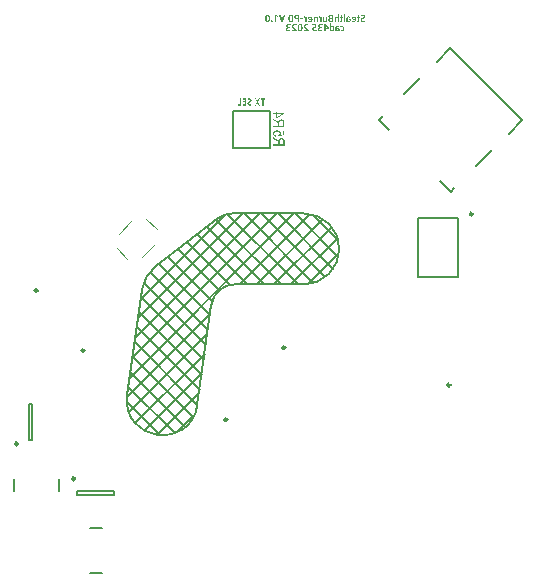
<source format=gbo>
G04*
G04 #@! TF.GenerationSoftware,Altium Limited,Altium Designer,23.4.1 (23)*
G04*
G04 Layer_Color=32896*
%FSLAX44Y44*%
%MOMM*%
G71*
G04*
G04 #@! TF.SameCoordinates,94C9EC07-DBB0-4CC7-B746-D598ABB35CDF*
G04*
G04*
G04 #@! TF.FilePolarity,Positive*
G04*
G01*
G75*
%ADD32C,0.2032*%
%ADD79C,0.2000*%
%ADD80C,0.2500*%
%ADD82C,0.1000*%
G36*
X321426Y402690D02*
X323173Y399565D01*
X321875D01*
X320727Y401762D01*
X320717D01*
X319579Y399565D01*
X318281D01*
X320028Y402690D01*
X318411Y405605D01*
X319699D01*
X320717Y403628D01*
X320727D01*
X321755Y405605D01*
X323043D01*
X321426Y402690D01*
D02*
G37*
G36*
X327225Y404626D02*
X325938D01*
Y399565D01*
X324760D01*
Y404626D01*
X323492D01*
Y405605D01*
X327225D01*
Y404626D01*
D02*
G37*
G36*
X311294Y399565D02*
X308079D01*
Y400544D01*
X310146D01*
Y402141D01*
X308279D01*
Y403109D01*
X310146D01*
Y404626D01*
X308079D01*
Y405605D01*
X311294D01*
Y399565D01*
D02*
G37*
G36*
X307141D02*
X304087D01*
Y400544D01*
X305963D01*
Y405605D01*
X307141D01*
Y399565D01*
D02*
G37*
G36*
X313959Y405704D02*
X314119Y405695D01*
X314258Y405675D01*
X314378Y405654D01*
X314478Y405625D01*
X314548Y405605D01*
X314598Y405595D01*
X314618Y405585D01*
X314748Y405535D01*
X314867Y405475D01*
X314967Y405415D01*
X315057Y405355D01*
X315137Y405295D01*
X315187Y405255D01*
X315227Y405225D01*
X315237Y405215D01*
X315327Y405126D01*
X315406Y405036D01*
X315466Y404936D01*
X315526Y404846D01*
X315566Y404776D01*
X315596Y404716D01*
X315616Y404666D01*
X315626Y404656D01*
X315676Y404526D01*
X315706Y404407D01*
X315736Y404277D01*
X315746Y404167D01*
X315756Y404067D01*
X315766Y403988D01*
Y403938D01*
Y403918D01*
X315756Y403758D01*
X315736Y403608D01*
X315716Y403478D01*
X315676Y403369D01*
X315646Y403279D01*
X315626Y403219D01*
X315606Y403169D01*
X315596Y403159D01*
X315526Y403049D01*
X315446Y402949D01*
X315376Y402869D01*
X315307Y402790D01*
X315247Y402730D01*
X315197Y402690D01*
X315167Y402660D01*
X315157Y402650D01*
X314957Y402510D01*
X314867Y402440D01*
X314778Y402390D01*
X314708Y402350D01*
X314648Y402321D01*
X314608Y402300D01*
X314598Y402290D01*
X314378Y402191D01*
X314278Y402141D01*
X314199Y402091D01*
X314129Y402061D01*
X314079Y402031D01*
X314039Y402011D01*
X314029Y402001D01*
X313939Y401951D01*
X313849Y401891D01*
X313779Y401841D01*
X313719Y401791D01*
X313669Y401741D01*
X313630Y401712D01*
X313610Y401692D01*
X313600Y401682D01*
X313540Y401612D01*
X313500Y401542D01*
X313460Y401472D01*
X313440Y401402D01*
X313430Y401342D01*
X313420Y401292D01*
Y401262D01*
Y401252D01*
X313430Y401133D01*
X313460Y401033D01*
X313500Y400943D01*
X313540Y400863D01*
X313590Y400803D01*
X313630Y400763D01*
X313659Y400733D01*
X313669Y400723D01*
X313769Y400653D01*
X313879Y400603D01*
X313989Y400574D01*
X314089Y400554D01*
X314189Y400534D01*
X314268Y400524D01*
X314338D01*
X314548Y400534D01*
X314648Y400554D01*
X314738Y400564D01*
X314807Y400584D01*
X314867Y400594D01*
X314907Y400603D01*
X314917D01*
X315117Y400673D01*
X315207Y400703D01*
X315287Y400733D01*
X315357Y400763D01*
X315406Y400783D01*
X315436Y400803D01*
X315446D01*
X315836Y399785D01*
X315576Y399675D01*
X315446Y399635D01*
X315337Y399605D01*
X315237Y399575D01*
X315167Y399555D01*
X315117Y399545D01*
X315097D01*
X314797Y399496D01*
X314658Y399486D01*
X314538Y399476D01*
X314428Y399466D01*
X314278D01*
X314099Y399476D01*
X313939Y399486D01*
X313789Y399506D01*
X313659Y399535D01*
X313560Y399555D01*
X313480Y399575D01*
X313430Y399585D01*
X313410Y399595D01*
X313270Y399645D01*
X313141Y399705D01*
X313031Y399775D01*
X312941Y399835D01*
X312861Y399885D01*
X312811Y399935D01*
X312771Y399965D01*
X312761Y399975D01*
X312661Y400075D01*
X312582Y400174D01*
X312512Y400264D01*
X312452Y400354D01*
X312412Y400434D01*
X312382Y400494D01*
X312362Y400544D01*
X312352Y400554D01*
X312302Y400683D01*
X312272Y400813D01*
X312242Y400943D01*
X312232Y401063D01*
X312222Y401162D01*
X312212Y401242D01*
Y401292D01*
Y401312D01*
X312222Y401472D01*
X312242Y401622D01*
X312272Y401752D01*
X312302Y401851D01*
X312332Y401941D01*
X312362Y402011D01*
X312382Y402051D01*
X312392Y402061D01*
X312462Y402171D01*
X312532Y402271D01*
X312601Y402350D01*
X312671Y402430D01*
X312741Y402490D01*
X312781Y402530D01*
X312821Y402560D01*
X312831Y402570D01*
X313031Y402720D01*
X313120Y402780D01*
X313210Y402840D01*
X313290Y402879D01*
X313350Y402909D01*
X313390Y402929D01*
X313400Y402939D01*
X313620Y403049D01*
X313719Y403099D01*
X313809Y403149D01*
X313879Y403179D01*
X313929Y403209D01*
X313969Y403229D01*
X313979Y403239D01*
X314159Y403349D01*
X314228Y403409D01*
X314298Y403459D01*
X314348Y403498D01*
X314388Y403528D01*
X314408Y403548D01*
X314418Y403558D01*
X314478Y403628D01*
X314518Y403698D01*
X314548Y403768D01*
X314568Y403838D01*
X314578Y403898D01*
X314588Y403948D01*
Y403978D01*
Y403988D01*
X314578Y404097D01*
X314558Y404207D01*
X314518Y404287D01*
X314478Y404367D01*
X314438Y404417D01*
X314398Y404467D01*
X314378Y404487D01*
X314368Y404497D01*
X314278Y404566D01*
X314179Y404616D01*
X314069Y404646D01*
X313969Y404676D01*
X313889Y404686D01*
X313809Y404696D01*
X313749D01*
X313550Y404686D01*
X313460Y404676D01*
X313380Y404666D01*
X313310Y404646D01*
X313260Y404636D01*
X313230Y404626D01*
X313220D01*
X313041Y404566D01*
X312961Y404537D01*
X312901Y404507D01*
X312841Y404477D01*
X312801Y404457D01*
X312771Y404447D01*
X312761Y404437D01*
X312392Y405385D01*
X312611Y405495D01*
X312721Y405535D01*
X312821Y405565D01*
X312901Y405595D01*
X312971Y405615D01*
X313011Y405625D01*
X313031D01*
X313300Y405675D01*
X313430Y405695D01*
X313550Y405704D01*
X313650Y405714D01*
X313799D01*
X313959Y405704D01*
D02*
G37*
G36*
X389718Y470350D02*
X388590D01*
Y473863D01*
X388480Y473913D01*
X388380Y473953D01*
X388340Y473963D01*
X388311Y473973D01*
X388290Y473983D01*
X388280D01*
X388151Y474013D01*
X388041Y474023D01*
X387991Y474033D01*
X387931D01*
X387791Y474023D01*
X387672Y474003D01*
X387572Y473973D01*
X387482Y473943D01*
X387422Y473903D01*
X387372Y473873D01*
X387342Y473853D01*
X387332Y473843D01*
X387262Y473764D01*
X387202Y473684D01*
X387163Y473584D01*
X387142Y473494D01*
X387123Y473414D01*
X387113Y473344D01*
Y473304D01*
Y473284D01*
Y470350D01*
X385975D01*
Y473404D01*
Y473534D01*
X385995Y473664D01*
X386045Y473893D01*
X386114Y474083D01*
X386194Y474243D01*
X386274Y474373D01*
X386344Y474462D01*
X386394Y474512D01*
X386404Y474532D01*
X386414D01*
X386594Y474662D01*
X386783Y474762D01*
X386993Y474832D01*
X387192Y474872D01*
X387362Y474902D01*
X387442Y474912D01*
X387512D01*
X387562Y474922D01*
X387642D01*
X387821Y474912D01*
X387911Y474902D01*
X387981Y474892D01*
X388051Y474882D01*
X388101Y474872D01*
X388131Y474862D01*
X388141D01*
X388320Y474812D01*
X388390Y474792D01*
X388460Y474762D01*
X388510Y474742D01*
X388550Y474732D01*
X388580Y474712D01*
X388590D01*
Y476908D01*
X389718D01*
Y470350D01*
D02*
G37*
G36*
X336453Y476269D02*
X336583Y476179D01*
X336633Y476139D01*
X336673Y476110D01*
X336702Y476090D01*
X336712Y476079D01*
X336882Y475970D01*
X336972Y475930D01*
X337052Y475890D01*
X337112Y475860D01*
X337162Y475830D01*
X337202Y475820D01*
X337212Y475810D01*
X337411Y475730D01*
X337511Y475700D01*
X337601Y475670D01*
X337681Y475640D01*
X337741Y475630D01*
X337781Y475610D01*
X337790D01*
X338010Y475560D01*
X338110Y475531D01*
X338200Y475521D01*
X338280Y475500D01*
X338340Y475491D01*
X338380Y475481D01*
X338390D01*
X338220Y474612D01*
X338060Y474642D01*
X337920Y474672D01*
X337860Y474682D01*
X337821Y474692D01*
X337790Y474702D01*
X337781D01*
X337611Y474742D01*
X337541Y474762D01*
X337471Y474772D01*
X337421Y474792D01*
X337381Y474802D01*
X337351Y474812D01*
X337341D01*
X337182Y474862D01*
X337112Y474882D01*
X337052Y474902D01*
X336992Y474922D01*
X336952Y474941D01*
X336932Y474952D01*
X336922D01*
X336782Y475011D01*
X336673Y475061D01*
X336633Y475081D01*
X336603Y475101D01*
X336593Y475111D01*
X336583D01*
Y470350D01*
X335425D01*
Y476389D01*
X336333D01*
X336453Y476269D01*
D02*
G37*
G36*
X398143Y474932D02*
X398303Y474922D01*
X398442Y474902D01*
X398562Y474882D01*
X398652Y474862D01*
X398712Y474852D01*
X398722Y474842D01*
X398732D01*
X398892Y474802D01*
X399031Y474762D01*
X399161Y474732D01*
X399261Y474692D01*
X399351Y474662D01*
X399411Y474642D01*
X399451Y474632D01*
X399461Y474622D01*
X399181Y473853D01*
X399091Y473893D01*
X399001Y473913D01*
X398932Y473933D01*
X398922Y473943D01*
X398912D01*
X398792Y473983D01*
X398692Y474003D01*
X398652Y474023D01*
X398622D01*
X398602Y474033D01*
X398592D01*
X398462Y474063D01*
X398363Y474083D01*
X398313D01*
X398283Y474093D01*
X398253D01*
X398123Y474113D01*
X398013Y474123D01*
X397913D01*
X397774Y474113D01*
X397654Y474103D01*
X397554Y474073D01*
X397464Y474053D01*
X397394Y474023D01*
X397344Y473993D01*
X397314Y473983D01*
X397304Y473973D01*
X397225Y473913D01*
X397175Y473834D01*
X397135Y473754D01*
X397105Y473674D01*
X397085Y473594D01*
X397075Y473534D01*
Y473494D01*
Y473474D01*
Y473245D01*
X397265Y473235D01*
X397444Y473215D01*
X397614Y473195D01*
X397764Y473175D01*
X397883Y473165D01*
X397983Y473145D01*
X398043Y473135D01*
X398063D01*
X398233Y473105D01*
X398392Y473065D01*
X398532Y473025D01*
X398662Y472985D01*
X398762Y472955D01*
X398832Y472925D01*
X398882Y472905D01*
X398902Y472895D01*
X399031Y472835D01*
X399151Y472756D01*
X399251Y472686D01*
X399331Y472616D01*
X399401Y472546D01*
X399451Y472496D01*
X399481Y472456D01*
X399491Y472446D01*
X399560Y472326D01*
X399620Y472206D01*
X399660Y472087D01*
X399680Y471967D01*
X399700Y471857D01*
X399710Y471777D01*
Y471717D01*
Y471707D01*
Y471697D01*
X399700Y471568D01*
X399690Y471458D01*
X399630Y471238D01*
X399550Y471059D01*
X399461Y470909D01*
X399371Y470789D01*
X399291Y470699D01*
X399231Y470649D01*
X399221Y470629D01*
X399211D01*
X399111Y470559D01*
X399001Y470499D01*
X398762Y470410D01*
X398502Y470340D01*
X398253Y470300D01*
X398143Y470280D01*
X398033Y470270D01*
X397933Y470260D01*
X397853D01*
X397784Y470250D01*
X397494D01*
X397314Y470270D01*
X397155Y470280D01*
X397005Y470300D01*
X396885Y470320D01*
X396795Y470330D01*
X396735Y470350D01*
X396716D01*
X396546Y470390D01*
X396406Y470420D01*
X396286Y470460D01*
X396176Y470490D01*
X396097Y470519D01*
X396047Y470549D01*
X396007Y470559D01*
X395997Y470569D01*
Y473344D01*
Y473504D01*
X396017Y473644D01*
X396037Y473774D01*
X396067Y473903D01*
X396106Y474013D01*
X396147Y474113D01*
X396186Y474203D01*
X396226Y474283D01*
X396276Y474353D01*
X396316Y474412D01*
X396396Y474502D01*
X396446Y474552D01*
X396456Y474572D01*
X396466D01*
X396656Y474702D01*
X396875Y474792D01*
X397095Y474862D01*
X397304Y474902D01*
X397494Y474932D01*
X397584Y474942D01*
X397654D01*
X397714Y474952D01*
X397973D01*
X398143Y474932D01*
D02*
G37*
G36*
X359382Y472576D02*
X356986D01*
Y473544D01*
X359382D01*
Y472576D01*
D02*
G37*
G36*
X342272Y470350D02*
X341025D01*
X339168Y476389D01*
X340446Y476389D01*
X341464Y472456D01*
X341514Y472256D01*
X341534Y472166D01*
X341554Y472087D01*
X341564Y472017D01*
X341574Y471967D01*
X341584Y471937D01*
Y471927D01*
X341594Y471847D01*
X341614Y471777D01*
X341624Y471717D01*
Y471667D01*
X341634Y471628D01*
X341644Y471608D01*
Y471598D01*
Y471588D01*
X341664D01*
X341674Y471628D01*
X341684Y471677D01*
X341694Y471717D01*
Y471727D01*
X341704Y471807D01*
X341713Y471877D01*
X341724Y471927D01*
Y471937D01*
Y471947D01*
X341744Y472037D01*
X341754Y472117D01*
X341763Y472177D01*
X341773Y472187D01*
Y472197D01*
X341793Y472296D01*
X341813Y472376D01*
X341823Y472436D01*
X341833Y472446D01*
Y472456D01*
X342851Y476389D01*
X344129D01*
X342272Y470350D01*
D02*
G37*
G36*
X407007Y475850D02*
Y474852D01*
X407586D01*
Y473993D01*
X407007D01*
Y471697D01*
X406997Y471448D01*
X406957Y471238D01*
X406907Y471049D01*
X406847Y470899D01*
X406797Y470789D01*
X406748Y470709D01*
X406708Y470659D01*
X406698Y470639D01*
X406568Y470519D01*
X406418Y470440D01*
X406258Y470380D01*
X406099Y470330D01*
X405949Y470310D01*
X405839Y470300D01*
X405789Y470290D01*
X405729D01*
X405580Y470300D01*
X405460Y470310D01*
X405410D01*
X405370Y470320D01*
X405340D01*
X405210Y470350D01*
X405121Y470370D01*
X405071Y470390D01*
X405051Y470400D01*
Y471348D01*
X405090Y471328D01*
X405140Y471308D01*
X405170Y471298D01*
X405190D01*
X405260Y471288D01*
X405310Y471278D01*
X405370D01*
X405450Y471288D01*
X405520Y471298D01*
X405580Y471318D01*
X405639Y471338D01*
X405680Y471358D01*
X405709Y471368D01*
X405729Y471388D01*
X405739D01*
X405789Y471438D01*
X405829Y471498D01*
X405849Y471558D01*
X405869Y471628D01*
X405879Y471687D01*
X405889Y471727D01*
Y471767D01*
Y471777D01*
Y473993D01*
X405051D01*
Y474852D01*
X405889D01*
Y476179D01*
X407007Y475850D01*
D02*
G37*
G36*
X392493D02*
Y474852D01*
X393072D01*
Y473993D01*
X392493D01*
Y471697D01*
X392483Y471448D01*
X392443Y471238D01*
X392393Y471049D01*
X392333Y470899D01*
X392283Y470789D01*
X392234Y470709D01*
X392193Y470659D01*
X392183Y470639D01*
X392054Y470519D01*
X391904Y470440D01*
X391744Y470380D01*
X391585Y470330D01*
X391435Y470310D01*
X391325Y470300D01*
X391275Y470290D01*
X391215D01*
X391065Y470300D01*
X390946Y470310D01*
X390896D01*
X390856Y470320D01*
X390826D01*
X390696Y470350D01*
X390606Y470370D01*
X390556Y470390D01*
X390536Y470400D01*
Y471348D01*
X390576Y471328D01*
X390626Y471308D01*
X390656Y471298D01*
X390676D01*
X390746Y471288D01*
X390796Y471278D01*
X390856D01*
X390936Y471288D01*
X391006Y471298D01*
X391065Y471318D01*
X391125Y471338D01*
X391165Y471358D01*
X391195Y471368D01*
X391215Y471388D01*
X391225D01*
X391275Y471438D01*
X391315Y471498D01*
X391335Y471558D01*
X391355Y471628D01*
X391365Y471687D01*
X391375Y471727D01*
Y471767D01*
Y471777D01*
Y473993D01*
X390536D01*
Y474852D01*
X391375D01*
Y476179D01*
X392493Y475850D01*
D02*
G37*
G36*
X379806Y471917D02*
X379796Y471757D01*
X379786Y471608D01*
X379766Y471468D01*
X379726Y471338D01*
X379696Y471228D01*
X379656Y471118D01*
X379606Y471029D01*
X379566Y470949D01*
X379516Y470869D01*
X379476Y470809D01*
X379436Y470759D01*
X379396Y470719D01*
X379346Y470659D01*
X379337Y470639D01*
X379327D01*
X379227Y470569D01*
X379127Y470509D01*
X378907Y470410D01*
X378668Y470350D01*
X378438Y470300D01*
X378228Y470270D01*
X378139Y470260D01*
X378059D01*
X377999Y470250D01*
X377909D01*
X377719Y470260D01*
X377630D01*
X377560Y470270D01*
X377490D01*
X377440Y470280D01*
X377400D01*
X377210Y470300D01*
X377130Y470310D01*
X377061Y470320D01*
X377001Y470330D01*
X376951D01*
X376921Y470340D01*
X376911D01*
X376741Y470370D01*
X376661Y470390D01*
X376601Y470410D01*
X376551Y470420D01*
X376502Y470430D01*
X376482Y470440D01*
X376472D01*
X376332Y470490D01*
X376212Y470529D01*
X376172Y470549D01*
X376142Y470559D01*
X376122Y470569D01*
X376112D01*
Y474852D01*
X377250D01*
Y471278D01*
X377340Y471248D01*
X377430Y471228D01*
X377470Y471218D01*
X377500D01*
X377520Y471208D01*
X377530D01*
X377659Y471188D01*
X377779Y471178D01*
X377909D01*
X378049Y471188D01*
X378159Y471208D01*
X378268Y471248D01*
X378348Y471288D01*
X378428Y471338D01*
X378488Y471398D01*
X378538Y471468D01*
X378578Y471538D01*
X378638Y471667D01*
X378668Y471777D01*
Y471817D01*
X378678Y471857D01*
Y471877D01*
Y471887D01*
Y474852D01*
X379806D01*
Y471917D01*
D02*
G37*
G36*
X402485Y474942D02*
X402645Y474922D01*
X402795Y474892D01*
X402924Y474862D01*
X403034Y474832D01*
X403114Y474802D01*
X403164Y474782D01*
X403184Y474772D01*
X403324Y474702D01*
X403453Y474622D01*
X403563Y474542D01*
X403663Y474472D01*
X403733Y474403D01*
X403793Y474343D01*
X403833Y474303D01*
X403843Y474293D01*
X403933Y474173D01*
X404022Y474043D01*
X404092Y473923D01*
X404152Y473804D01*
X404192Y473704D01*
X404222Y473614D01*
X404242Y473564D01*
X404252Y473554D01*
Y473544D01*
X404302Y473384D01*
X404332Y473215D01*
X404362Y473055D01*
X404372Y472905D01*
X404382Y472785D01*
X404392Y472686D01*
Y472646D01*
Y472616D01*
Y472606D01*
Y472596D01*
X404382Y472406D01*
X404372Y472236D01*
X404352Y472077D01*
X404322Y471927D01*
X404292Y471817D01*
X404272Y471727D01*
X404262Y471667D01*
X404252Y471657D01*
Y471647D01*
X404192Y471488D01*
X404122Y471348D01*
X404042Y471218D01*
X403973Y471108D01*
X403913Y471019D01*
X403863Y470959D01*
X403823Y470909D01*
X403813Y470899D01*
X403703Y470789D01*
X403583Y470689D01*
X403463Y470609D01*
X403354Y470539D01*
X403254Y470490D01*
X403174Y470450D01*
X403124Y470430D01*
X403104Y470420D01*
X402944Y470360D01*
X402775Y470320D01*
X402615Y470290D01*
X402455Y470270D01*
X402326Y470260D01*
X402216Y470250D01*
X401946D01*
X401767Y470260D01*
X401607Y470280D01*
X401467Y470300D01*
X401357Y470310D01*
X401267Y470330D01*
X401208Y470340D01*
X401188D01*
X401028Y470380D01*
X400888Y470410D01*
X400768Y470450D01*
X400658Y470490D01*
X400569Y470519D01*
X400509Y470549D01*
X400469Y470559D01*
X400459Y470569D01*
X400788Y471418D01*
X400978Y471338D01*
X401078Y471298D01*
X401167Y471278D01*
X401247Y471248D01*
X401307Y471228D01*
X401347Y471218D01*
X401367D01*
X401607Y471168D01*
X401726Y471158D01*
X401826Y471148D01*
X401906Y471138D01*
X402036D01*
X402216Y471148D01*
X402385Y471178D01*
X402525Y471218D01*
X402645Y471258D01*
X402745Y471298D01*
X402815Y471338D01*
X402854Y471368D01*
X402874Y471378D01*
X402984Y471478D01*
X403074Y471598D01*
X403144Y471727D01*
X403204Y471847D01*
X403244Y471957D01*
X403264Y472047D01*
X403284Y472107D01*
Y472117D01*
Y472127D01*
X400389Y472516D01*
X400379Y472586D01*
X400369Y472646D01*
Y472686D01*
Y472706D01*
Y472905D01*
X400379Y473075D01*
X400389Y473225D01*
X400409Y473374D01*
X400429Y473494D01*
X400459Y473594D01*
X400479Y473674D01*
X400489Y473714D01*
X400499Y473734D01*
X400549Y473873D01*
X400608Y473993D01*
X400678Y474103D01*
X400738Y474203D01*
X400788Y474273D01*
X400838Y474333D01*
X400868Y474373D01*
X400878Y474383D01*
X400968Y474482D01*
X401068Y474562D01*
X401167Y474632D01*
X401267Y474692D01*
X401347Y474742D01*
X401417Y474772D01*
X401457Y474792D01*
X401477Y474802D01*
X401617Y474852D01*
X401757Y474892D01*
X401896Y474912D01*
X402026Y474932D01*
X402136Y474942D01*
X402226Y474952D01*
X402305D01*
X402485Y474942D01*
D02*
G37*
G36*
X365451D02*
X365611Y474922D01*
X365761Y474892D01*
X365890Y474862D01*
X366000Y474832D01*
X366080Y474802D01*
X366130Y474782D01*
X366150Y474772D01*
X366290Y474702D01*
X366419Y474622D01*
X366529Y474542D01*
X366629Y474472D01*
X366699Y474403D01*
X366759Y474343D01*
X366799Y474303D01*
X366809Y474293D01*
X366899Y474173D01*
X366988Y474043D01*
X367058Y473923D01*
X367118Y473804D01*
X367158Y473704D01*
X367188Y473614D01*
X367208Y473564D01*
X367218Y473554D01*
Y473544D01*
X367268Y473384D01*
X367298Y473215D01*
X367328Y473055D01*
X367338Y472905D01*
X367348Y472785D01*
X367358Y472686D01*
Y472646D01*
Y472616D01*
Y472606D01*
Y472596D01*
X367348Y472406D01*
X367338Y472236D01*
X367318Y472077D01*
X367288Y471927D01*
X367258Y471817D01*
X367238Y471727D01*
X367228Y471667D01*
X367218Y471657D01*
Y471647D01*
X367158Y471488D01*
X367088Y471348D01*
X367008Y471218D01*
X366939Y471108D01*
X366879Y471019D01*
X366829Y470959D01*
X366789Y470909D01*
X366779Y470899D01*
X366669Y470789D01*
X366549Y470689D01*
X366429Y470609D01*
X366320Y470539D01*
X366220Y470490D01*
X366140Y470450D01*
X366090Y470430D01*
X366070Y470420D01*
X365910Y470360D01*
X365741Y470320D01*
X365581Y470290D01*
X365421Y470270D01*
X365291Y470260D01*
X365182Y470250D01*
X364912D01*
X364733Y470260D01*
X364573Y470280D01*
X364433Y470300D01*
X364323Y470310D01*
X364233Y470330D01*
X364174Y470340D01*
X364154D01*
X363994Y470380D01*
X363854Y470410D01*
X363734Y470450D01*
X363624Y470490D01*
X363535Y470519D01*
X363475Y470549D01*
X363435Y470559D01*
X363425Y470569D01*
X363754Y471418D01*
X363944Y471338D01*
X364044Y471298D01*
X364134Y471278D01*
X364213Y471248D01*
X364273Y471228D01*
X364313Y471218D01*
X364333D01*
X364573Y471168D01*
X364693Y471158D01*
X364792Y471148D01*
X364872Y471138D01*
X365002D01*
X365182Y471148D01*
X365351Y471178D01*
X365491Y471218D01*
X365611Y471258D01*
X365711Y471298D01*
X365781Y471338D01*
X365821Y471368D01*
X365840Y471378D01*
X365950Y471478D01*
X366040Y471598D01*
X366110Y471727D01*
X366170Y471847D01*
X366210Y471957D01*
X366230Y472047D01*
X366250Y472107D01*
Y472117D01*
Y472127D01*
X363355Y472516D01*
X363345Y472586D01*
X363335Y472646D01*
Y472686D01*
Y472706D01*
Y472905D01*
X363345Y473075D01*
X363355Y473225D01*
X363375Y473374D01*
X363395Y473494D01*
X363425Y473594D01*
X363445Y473674D01*
X363455Y473714D01*
X363465Y473734D01*
X363515Y473873D01*
X363575Y473993D01*
X363644Y474103D01*
X363704Y474203D01*
X363754Y474273D01*
X363804Y474333D01*
X363834Y474373D01*
X363844Y474383D01*
X363934Y474482D01*
X364034Y474562D01*
X364134Y474632D01*
X364233Y474692D01*
X364313Y474742D01*
X364383Y474772D01*
X364423Y474792D01*
X364443Y474802D01*
X364583Y474852D01*
X364723Y474892D01*
X364862Y474912D01*
X364992Y474932D01*
X365102Y474942D01*
X365192Y474952D01*
X365271D01*
X365451Y474942D01*
D02*
G37*
G36*
X394969Y470350D02*
X393831D01*
Y476908D01*
X394969D01*
Y470350D01*
D02*
G37*
G36*
X373657Y474932D02*
X373826Y474922D01*
X373976Y474902D01*
X374106Y474882D01*
X374206Y474872D01*
X374266Y474852D01*
X374286D01*
X374455Y474812D01*
X374605Y474782D01*
X374745Y474742D01*
X374864Y474702D01*
X374954Y474672D01*
X375034Y474642D01*
X375074Y474632D01*
X375094Y474622D01*
Y470350D01*
X373966D01*
Y473933D01*
X373876Y473963D01*
X373796Y473983D01*
X373727Y474003D01*
X373707D01*
X373597Y474023D01*
X373497Y474033D01*
X373287D01*
X373197Y474023D01*
X373108Y474013D01*
X373038Y474003D01*
X372968Y473983D01*
X372928Y473973D01*
X372898Y473963D01*
X372888D01*
X372678Y474912D01*
X372768Y474922D01*
X372848D01*
X372908Y474932D01*
X372938D01*
X373048Y474942D01*
X373158Y474952D01*
X373457D01*
X373657Y474932D01*
D02*
G37*
G36*
X370572D02*
X370742Y474922D01*
X370891Y474902D01*
X371011Y474882D01*
X371101Y474872D01*
X371161Y474852D01*
X371181D01*
X371341Y474812D01*
X371480Y474782D01*
X371620Y474742D01*
X371740Y474702D01*
X371830Y474672D01*
X371910Y474642D01*
X371950Y474632D01*
X371970Y474622D01*
Y470350D01*
X370842D01*
Y473933D01*
X370742Y473963D01*
X370642Y473983D01*
X370602Y473993D01*
X370572Y474003D01*
X370542D01*
X370402Y474023D01*
X370283Y474033D01*
X370163D01*
X370023Y474023D01*
X369903Y474003D01*
X369794Y473973D01*
X369714Y473943D01*
X369644Y473903D01*
X369604Y473873D01*
X369574Y473853D01*
X369564Y473843D01*
X369494Y473764D01*
X369444Y473684D01*
X369414Y473594D01*
X369384Y473504D01*
X369374Y473434D01*
X369364Y473374D01*
Y473334D01*
Y473315D01*
Y470350D01*
X368226D01*
Y473424D01*
Y473554D01*
X368246Y473684D01*
X368296Y473913D01*
X368376Y474103D01*
X368456Y474263D01*
X368546Y474393D01*
X368626Y474482D01*
X368675Y474532D01*
X368685Y474552D01*
X368695D01*
X368785Y474622D01*
X368895Y474682D01*
X369125Y474782D01*
X369364Y474852D01*
X369614Y474902D01*
X369724Y474922D01*
X369833Y474932D01*
X369923Y474942D01*
X370003D01*
X370073Y474952D01*
X370382D01*
X370572Y474932D01*
D02*
G37*
G36*
X361029D02*
X361199Y474922D01*
X361348Y474902D01*
X361478Y474882D01*
X361578Y474872D01*
X361638Y474852D01*
X361658D01*
X361828Y474812D01*
X361977Y474782D01*
X362117Y474742D01*
X362237Y474702D01*
X362327Y474672D01*
X362407Y474642D01*
X362447Y474632D01*
X362467Y474622D01*
Y470350D01*
X361339D01*
Y473933D01*
X361249Y473963D01*
X361169Y473983D01*
X361099Y474003D01*
X361079D01*
X360969Y474023D01*
X360869Y474033D01*
X360660D01*
X360570Y474023D01*
X360480Y474013D01*
X360410Y474003D01*
X360340Y473983D01*
X360300Y473973D01*
X360271Y473963D01*
X360261D01*
X360051Y474912D01*
X360141Y474922D01*
X360220D01*
X360280Y474932D01*
X360310D01*
X360420Y474942D01*
X360530Y474952D01*
X360830D01*
X361029Y474932D01*
D02*
G37*
G36*
X354571Y476489D02*
X354730Y476469D01*
X354870Y476459D01*
X354990Y476439D01*
X355080Y476419D01*
X355140Y476409D01*
X355160D01*
X355319Y476369D01*
X355469Y476329D01*
X355599Y476289D01*
X355719Y476259D01*
X355818Y476219D01*
X355888Y476199D01*
X355928Y476179D01*
X355948Y476169D01*
Y470350D01*
X354800D01*
Y472696D01*
X354720Y472686D01*
X354641Y472676D01*
X354571Y472666D01*
X354551D01*
X354431Y472656D01*
X354241D01*
X354032Y472666D01*
X353832Y472676D01*
X353652Y472696D01*
X353503Y472725D01*
X353383Y472756D01*
X353293Y472775D01*
X353233Y472785D01*
X353213Y472795D01*
X353053Y472855D01*
X352914Y472915D01*
X352784Y472985D01*
X352674Y473045D01*
X352594Y473095D01*
X352524Y473145D01*
X352484Y473175D01*
X352474Y473185D01*
X352365Y473284D01*
X352275Y473394D01*
X352205Y473494D01*
X352135Y473584D01*
X352085Y473674D01*
X352055Y473734D01*
X352035Y473774D01*
X352025Y473794D01*
X351975Y473923D01*
X351935Y474063D01*
X351915Y474183D01*
X351895Y474303D01*
X351885Y474403D01*
X351875Y474482D01*
Y474532D01*
Y474552D01*
X351885Y474712D01*
X351905Y474872D01*
X351935Y475011D01*
X351965Y475151D01*
X352065Y475391D01*
X352115Y475501D01*
X352175Y475590D01*
X352235Y475680D01*
X352285Y475760D01*
X352335Y475820D01*
X352384Y475870D01*
X352415Y475920D01*
X352444Y475950D01*
X352464Y475960D01*
X352474Y475970D01*
X352594Y476060D01*
X352724Y476149D01*
X352854Y476219D01*
X352993Y476279D01*
X353283Y476369D01*
X353562Y476429D01*
X353692Y476459D01*
X353812Y476469D01*
X353922Y476479D01*
X354012Y476489D01*
X354091Y476499D01*
X354391D01*
X354571Y476489D01*
D02*
G37*
G36*
X333049Y471697D02*
X333139Y471677D01*
X333199Y471657D01*
X333209Y471647D01*
X333219D01*
X333308Y471598D01*
X333378Y471548D01*
X333428Y471508D01*
X333448Y471488D01*
X333508Y471418D01*
X333558Y471348D01*
X333588Y471288D01*
X333598Y471278D01*
Y471268D01*
X333628Y471168D01*
X333648Y471078D01*
X333658Y471039D01*
Y471018D01*
Y470999D01*
Y470989D01*
X333648Y470879D01*
X333628Y470789D01*
X333608Y470729D01*
X333598Y470719D01*
Y470709D01*
X333548Y470619D01*
X333498Y470549D01*
X333458Y470499D01*
X333448Y470480D01*
X333368Y470420D01*
X333298Y470380D01*
X333239Y470350D01*
X333229Y470340D01*
X333219D01*
X333119Y470310D01*
X333029Y470290D01*
X332989Y470280D01*
X332939D01*
X332829Y470290D01*
X332739Y470310D01*
X332680Y470330D01*
X332670Y470340D01*
X332660D01*
X332570Y470380D01*
X332500Y470430D01*
X332450Y470470D01*
X332430Y470480D01*
X332360Y470559D01*
X332320Y470629D01*
X332290Y470689D01*
X332280Y470699D01*
Y470709D01*
X332240Y470809D01*
X332230Y470899D01*
X332220Y470939D01*
Y470959D01*
Y470979D01*
Y470989D01*
X332230Y471098D01*
X332250Y471188D01*
X332270Y471248D01*
X332280Y471258D01*
Y471268D01*
X332320Y471358D01*
X332370Y471428D01*
X332410Y471468D01*
X332430Y471488D01*
X332510Y471558D01*
X332580Y471608D01*
X332640Y471637D01*
X332650Y471647D01*
X332660D01*
X332760Y471687D01*
X332849Y471697D01*
X332889Y471707D01*
X332939D01*
X333049Y471697D01*
D02*
G37*
G36*
X409922Y476489D02*
X410082Y476479D01*
X410221Y476459D01*
X410341Y476439D01*
X410441Y476409D01*
X410511Y476389D01*
X410561Y476379D01*
X410581Y476369D01*
X410710Y476319D01*
X410830Y476259D01*
X410930Y476199D01*
X411020Y476139D01*
X411100Y476079D01*
X411150Y476040D01*
X411190Y476010D01*
X411200Y476000D01*
X411289Y475910D01*
X411369Y475820D01*
X411429Y475720D01*
X411489Y475630D01*
X411529Y475560D01*
X411559Y475501D01*
X411579Y475451D01*
X411589Y475441D01*
X411639Y475311D01*
X411669Y475191D01*
X411699Y475061D01*
X411709Y474952D01*
X411719Y474852D01*
X411729Y474772D01*
Y474722D01*
Y474702D01*
X411719Y474542D01*
X411699Y474393D01*
X411679Y474263D01*
X411639Y474153D01*
X411609Y474063D01*
X411589Y474003D01*
X411569Y473953D01*
X411559Y473943D01*
X411489Y473834D01*
X411409Y473734D01*
X411339Y473654D01*
X411269Y473574D01*
X411210Y473514D01*
X411160Y473474D01*
X411130Y473444D01*
X411120Y473434D01*
X410920Y473294D01*
X410830Y473225D01*
X410741Y473175D01*
X410671Y473135D01*
X410611Y473105D01*
X410571Y473085D01*
X410561Y473075D01*
X410341Y472975D01*
X410241Y472925D01*
X410162Y472875D01*
X410092Y472845D01*
X410042Y472815D01*
X410002Y472795D01*
X409992Y472785D01*
X409902Y472735D01*
X409812Y472676D01*
X409742Y472626D01*
X409682Y472576D01*
X409632Y472526D01*
X409593Y472496D01*
X409572Y472476D01*
X409563Y472466D01*
X409503Y472396D01*
X409463Y472326D01*
X409423Y472256D01*
X409403Y472187D01*
X409393Y472127D01*
X409383Y472077D01*
Y472047D01*
Y472037D01*
X409393Y471917D01*
X409423Y471817D01*
X409463Y471727D01*
X409503Y471647D01*
X409553Y471588D01*
X409593Y471548D01*
X409622Y471518D01*
X409632Y471508D01*
X409732Y471438D01*
X409842Y471388D01*
X409952Y471358D01*
X410052Y471338D01*
X410151Y471318D01*
X410231Y471308D01*
X410301D01*
X410511Y471318D01*
X410611Y471338D01*
X410700Y471348D01*
X410770Y471368D01*
X410830Y471378D01*
X410870Y471388D01*
X410880D01*
X411080Y471458D01*
X411170Y471488D01*
X411250Y471518D01*
X411319Y471548D01*
X411369Y471568D01*
X411399Y471588D01*
X411409D01*
X411799Y470569D01*
X411539Y470460D01*
X411409Y470420D01*
X411300Y470390D01*
X411200Y470360D01*
X411130Y470340D01*
X411080Y470330D01*
X411060D01*
X410760Y470280D01*
X410621Y470270D01*
X410501Y470260D01*
X410391Y470250D01*
X410241D01*
X410062Y470260D01*
X409902Y470270D01*
X409752Y470290D01*
X409622Y470320D01*
X409523Y470340D01*
X409443Y470360D01*
X409393Y470370D01*
X409373Y470380D01*
X409233Y470430D01*
X409103Y470490D01*
X408994Y470559D01*
X408904Y470619D01*
X408824Y470669D01*
X408774Y470719D01*
X408734Y470749D01*
X408724Y470759D01*
X408624Y470859D01*
X408544Y470959D01*
X408475Y471049D01*
X408415Y471138D01*
X408375Y471218D01*
X408345Y471278D01*
X408325Y471328D01*
X408315Y471338D01*
X408265Y471468D01*
X408235Y471598D01*
X408205Y471727D01*
X408195Y471847D01*
X408185Y471947D01*
X408175Y472027D01*
Y472077D01*
Y472097D01*
X408185Y472256D01*
X408205Y472406D01*
X408235Y472536D01*
X408265Y472636D01*
X408295Y472725D01*
X408325Y472795D01*
X408345Y472835D01*
X408355Y472845D01*
X408425Y472955D01*
X408494Y473055D01*
X408564Y473135D01*
X408634Y473215D01*
X408704Y473274D01*
X408744Y473315D01*
X408784Y473344D01*
X408794Y473354D01*
X408994Y473504D01*
X409083Y473564D01*
X409173Y473624D01*
X409253Y473664D01*
X409313Y473694D01*
X409353Y473714D01*
X409363Y473724D01*
X409582Y473834D01*
X409682Y473884D01*
X409772Y473933D01*
X409842Y473963D01*
X409892Y473993D01*
X409932Y474013D01*
X409942Y474023D01*
X410122Y474133D01*
X410191Y474193D01*
X410261Y474243D01*
X410311Y474283D01*
X410351Y474313D01*
X410371Y474333D01*
X410381Y474343D01*
X410441Y474412D01*
X410481Y474482D01*
X410511Y474552D01*
X410531Y474622D01*
X410541Y474682D01*
X410551Y474732D01*
Y474762D01*
Y474772D01*
X410541Y474882D01*
X410521Y474991D01*
X410481Y475071D01*
X410441Y475151D01*
X410401Y475201D01*
X410361Y475251D01*
X410341Y475271D01*
X410331Y475281D01*
X410241Y475351D01*
X410141Y475401D01*
X410032Y475431D01*
X409932Y475461D01*
X409852Y475471D01*
X409772Y475481D01*
X409712D01*
X409513Y475471D01*
X409423Y475461D01*
X409343Y475451D01*
X409273Y475431D01*
X409223Y475421D01*
X409193Y475411D01*
X409183D01*
X409004Y475351D01*
X408924Y475321D01*
X408864Y475291D01*
X408804Y475261D01*
X408764Y475241D01*
X408734Y475231D01*
X408724Y475221D01*
X408355Y476169D01*
X408574Y476279D01*
X408684Y476319D01*
X408784Y476349D01*
X408864Y476379D01*
X408934Y476399D01*
X408974Y476409D01*
X408994D01*
X409263Y476459D01*
X409393Y476479D01*
X409513Y476489D01*
X409613Y476499D01*
X409762D01*
X409922Y476489D01*
D02*
G37*
G36*
X383459Y476479D02*
X383629Y476469D01*
X383778Y476449D01*
X383908Y476429D01*
X384008Y476419D01*
X384068Y476399D01*
X384088D01*
X384258Y476359D01*
X384407Y476329D01*
X384547Y476289D01*
X384667Y476249D01*
X384767Y476219D01*
X384837Y476189D01*
X384877Y476179D01*
X384897Y476169D01*
Y470569D01*
X384777Y470519D01*
X384637Y470480D01*
X384507Y470440D01*
X384378Y470400D01*
X384258Y470380D01*
X384168Y470360D01*
X384108Y470340D01*
X384088D01*
X383898Y470310D01*
X383709Y470290D01*
X383539Y470270D01*
X383379Y470260D01*
X383250D01*
X383150Y470250D01*
X383060D01*
X382840Y470260D01*
X382641Y470270D01*
X382451Y470290D01*
X382281Y470320D01*
X382122Y470360D01*
X381972Y470400D01*
X381842Y470440D01*
X381722Y470480D01*
X381612Y470519D01*
X381523Y470559D01*
X381453Y470599D01*
X381383Y470639D01*
X381333Y470669D01*
X381303Y470689D01*
X381283Y470709D01*
X381273D01*
X381163Y470799D01*
X381073Y470899D01*
X380993Y470999D01*
X380924Y471098D01*
X380864Y471208D01*
X380814Y471318D01*
X380744Y471518D01*
X380694Y471707D01*
X380684Y471787D01*
X380674Y471857D01*
X380664Y471907D01*
Y471947D01*
Y471977D01*
Y471987D01*
Y472107D01*
X380684Y472216D01*
X380694Y472316D01*
X380714Y472396D01*
X380734Y472466D01*
X380754Y472526D01*
X380764Y472556D01*
X380774Y472566D01*
X380854Y472735D01*
X380904Y472815D01*
X380944Y472875D01*
X380984Y472925D01*
X381013Y472965D01*
X381033Y472985D01*
X381043Y472995D01*
X381163Y473125D01*
X381273Y473225D01*
X381323Y473255D01*
X381363Y473284D01*
X381383Y473294D01*
X381393Y473304D01*
X381533Y473384D01*
X381652Y473444D01*
X381702Y473464D01*
X381742Y473474D01*
X381762Y473484D01*
X381772D01*
Y473504D01*
X381632Y473554D01*
X381523Y473604D01*
X381483Y473624D01*
X381453Y473644D01*
X381433Y473664D01*
X381423D01*
X381303Y473764D01*
X381213Y473863D01*
X381173Y473903D01*
X381143Y473933D01*
X381133Y473953D01*
X381123Y473963D01*
X381033Y474103D01*
X380964Y474233D01*
X380934Y474283D01*
X380914Y474323D01*
X380904Y474353D01*
Y474363D01*
X380854Y474532D01*
X380844Y474612D01*
X380834Y474682D01*
X380824Y474752D01*
Y474802D01*
Y474832D01*
Y474842D01*
X380834Y474972D01*
X380844Y475101D01*
X380864Y475211D01*
X380894Y475311D01*
X380924Y475391D01*
X380944Y475451D01*
X380954Y475491D01*
X380964Y475501D01*
X381023Y475610D01*
X381083Y475710D01*
X381153Y475800D01*
X381223Y475880D01*
X381283Y475940D01*
X381333Y475980D01*
X381373Y476010D01*
X381383Y476020D01*
X381493Y476100D01*
X381602Y476169D01*
X381722Y476229D01*
X381832Y476279D01*
X381932Y476319D01*
X382012Y476349D01*
X382062Y476359D01*
X382072Y476369D01*
X382082D01*
X382241Y476409D01*
X382411Y476449D01*
X382581Y476469D01*
X382740Y476479D01*
X382870Y476489D01*
X382980Y476499D01*
X383279D01*
X383459Y476479D01*
D02*
G37*
G36*
X349729D02*
X349889Y476469D01*
X350029Y476449D01*
X350139Y476429D01*
X350228Y476419D01*
X350288Y476399D01*
X350308D01*
X350468Y476359D01*
X350608Y476329D01*
X350728Y476289D01*
X350827Y476249D01*
X350917Y476219D01*
X350977Y476189D01*
X351017Y476179D01*
X351027Y476169D01*
Y470569D01*
X350917Y470519D01*
X350797Y470480D01*
X350687Y470440D01*
X350568Y470400D01*
X350468Y470380D01*
X350388Y470360D01*
X350338Y470340D01*
X350318D01*
X349989Y470290D01*
X349829Y470270D01*
X349679Y470260D01*
X349550D01*
X349460Y470250D01*
X349370D01*
X349140Y470260D01*
X348921Y470280D01*
X348721Y470320D01*
X348531Y470370D01*
X348352Y470430D01*
X348192Y470499D01*
X348042Y470569D01*
X347912Y470649D01*
X347793Y470719D01*
X347693Y470789D01*
X347603Y470859D01*
X347533Y470919D01*
X347473Y470969D01*
X347433Y471009D01*
X347413Y471029D01*
X347403Y471039D01*
X347274Y471198D01*
X347174Y471368D01*
X347074Y471548D01*
X346994Y471737D01*
X346924Y471937D01*
X346864Y472127D01*
X346824Y472316D01*
X346785Y472506D01*
X346755Y472686D01*
X346735Y472845D01*
X346715Y472995D01*
X346705Y473125D01*
X346695Y473225D01*
Y473304D01*
Y473354D01*
Y473374D01*
X346705Y473654D01*
X346725Y473913D01*
X346764Y474153D01*
X346805Y474383D01*
X346854Y474592D01*
X346914Y474782D01*
X346984Y474952D01*
X347044Y475111D01*
X347114Y475251D01*
X347184Y475371D01*
X347244Y475471D01*
X347294Y475550D01*
X347333Y475620D01*
X347373Y475660D01*
X347393Y475690D01*
X347403Y475700D01*
X347543Y475840D01*
X347693Y475960D01*
X347843Y476070D01*
X348002Y476159D01*
X348172Y476239D01*
X348332Y476309D01*
X348492Y476359D01*
X348651Y476399D01*
X348791Y476429D01*
X348931Y476459D01*
X349050Y476479D01*
X349160Y476489D01*
X349250Y476499D01*
X349550D01*
X349729Y476479D01*
D02*
G37*
G36*
X329495Y476489D02*
X329675Y476459D01*
X329835Y476419D01*
X329975Y476379D01*
X330084Y476339D01*
X330174Y476299D01*
X330224Y476269D01*
X330244Y476259D01*
X330384Y476159D01*
X330513Y476050D01*
X330623Y475940D01*
X330713Y475840D01*
X330793Y475740D01*
X330843Y475660D01*
X330883Y475610D01*
X330893Y475600D01*
Y475590D01*
X330983Y475431D01*
X331053Y475261D01*
X331122Y475091D01*
X331172Y474941D01*
X331212Y474802D01*
X331242Y474702D01*
X331252Y474662D01*
Y474632D01*
X331262Y474612D01*
Y474602D01*
X331302Y474383D01*
X331332Y474173D01*
X331352Y473963D01*
X331362Y473774D01*
X331372Y473614D01*
X331382Y473544D01*
Y473484D01*
Y473434D01*
Y473404D01*
Y473384D01*
Y473374D01*
X331372Y473125D01*
X331362Y472895D01*
X331342Y472686D01*
X331322Y472506D01*
X331302Y472356D01*
X331292Y472286D01*
X331282Y472236D01*
X331272Y472196D01*
X331262Y472166D01*
Y472146D01*
Y472136D01*
X331212Y471927D01*
X331152Y471737D01*
X331092Y471568D01*
X331033Y471428D01*
X330983Y471308D01*
X330933Y471218D01*
X330903Y471158D01*
X330893Y471148D01*
Y471138D01*
X330793Y470989D01*
X330683Y470859D01*
X330573Y470749D01*
X330474Y470649D01*
X330384Y470579D01*
X330314Y470519D01*
X330264Y470490D01*
X330244Y470480D01*
X330084Y470400D01*
X329925Y470350D01*
X329765Y470310D01*
X329615Y470280D01*
X329485Y470260D01*
X329385Y470250D01*
X329296D01*
X329096Y470260D01*
X328916Y470290D01*
X328757Y470320D01*
X328617Y470370D01*
X328507Y470410D01*
X328417Y470440D01*
X328367Y470470D01*
X328347Y470480D01*
X328208Y470579D01*
X328078Y470679D01*
X327968Y470789D01*
X327868Y470899D01*
X327798Y470989D01*
X327738Y471068D01*
X327709Y471118D01*
X327699Y471138D01*
X327609Y471308D01*
X327539Y471478D01*
X327469Y471647D01*
X327419Y471797D01*
X327379Y471937D01*
X327349Y472037D01*
X327339Y472077D01*
Y472107D01*
X327329Y472127D01*
Y472136D01*
X327289Y472356D01*
X327259Y472566D01*
X327239Y472775D01*
X327219Y472965D01*
Y473135D01*
X327209Y473205D01*
Y473265D01*
Y473304D01*
Y473344D01*
Y473364D01*
Y473374D01*
Y473614D01*
X327229Y473843D01*
X327249Y474053D01*
X327269Y474233D01*
X327289Y474393D01*
X327299Y474452D01*
X327309Y474502D01*
X327319Y474542D01*
Y474572D01*
X327329Y474592D01*
Y474602D01*
X327379Y474812D01*
X327439Y475001D01*
X327499Y475161D01*
X327559Y475311D01*
X327609Y475431D01*
X327659Y475521D01*
X327688Y475570D01*
X327699Y475590D01*
X327798Y475740D01*
X327908Y475880D01*
X328018Y475990D01*
X328118Y476090D01*
X328208Y476159D01*
X328278Y476219D01*
X328327Y476249D01*
X328347Y476259D01*
X328507Y476339D01*
X328667Y476399D01*
X328826Y476439D01*
X328966Y476469D01*
X329096Y476489D01*
X329206Y476499D01*
X329296D01*
X329495Y476489D01*
D02*
G37*
G36*
X374485Y468623D02*
X374645Y468603D01*
X374785Y468593D01*
X374914Y468573D01*
X375004Y468553D01*
X375064Y468543D01*
X375084D01*
X375254Y468513D01*
X375413Y468473D01*
X375563Y468433D01*
X375683Y468393D01*
X375783Y468363D01*
X375863Y468333D01*
X375913Y468313D01*
X375933Y468303D01*
X375603Y467415D01*
X375373Y467495D01*
X375264Y467525D01*
X375164Y467555D01*
X375084Y467575D01*
X375014Y467595D01*
X374974Y467605D01*
X374954D01*
X374705Y467655D01*
X374585Y467664D01*
X374485Y467674D01*
X374405Y467685D01*
X374286D01*
X374116Y467674D01*
X373976Y467655D01*
X373856Y467625D01*
X373746Y467595D01*
X373667Y467555D01*
X373617Y467525D01*
X373577Y467505D01*
X373567Y467495D01*
X373487Y467425D01*
X373427Y467335D01*
X373377Y467255D01*
X373347Y467175D01*
X373327Y467096D01*
X373317Y467036D01*
Y466996D01*
Y466986D01*
Y466916D01*
X373337Y466846D01*
X373377Y466726D01*
X373397Y466676D01*
X373417Y466646D01*
X373427Y466626D01*
X373437Y466616D01*
X373537Y466507D01*
X373637Y466417D01*
X373686Y466377D01*
X373727Y466347D01*
X373746Y466337D01*
X373756Y466327D01*
X373926Y466237D01*
X374086Y466177D01*
X374156Y466147D01*
X374216Y466127D01*
X374255Y466117D01*
X374266D01*
X374495Y466067D01*
X374605Y466047D01*
X374715Y466037D01*
X374804Y466027D01*
X374874Y466017D01*
X374934D01*
Y465179D01*
X374705D01*
X374575Y465169D01*
X374465Y465159D01*
X374365Y465149D01*
X374286Y465129D01*
X374216Y465119D01*
X374176Y465109D01*
X374166D01*
X374056Y465089D01*
X373946Y465059D01*
X373856Y465029D01*
X373776Y464999D01*
X373717Y464969D01*
X373667Y464949D01*
X373637Y464939D01*
X373627Y464929D01*
X373547Y464889D01*
X373477Y464840D01*
X373407Y464790D01*
X373357Y464740D01*
X373317Y464700D01*
X373287Y464670D01*
X373277Y464650D01*
X373267Y464640D01*
X373227Y464570D01*
X373187Y464500D01*
X373158Y464360D01*
X373148Y464310D01*
X373138Y464261D01*
Y464231D01*
Y464221D01*
X373148Y464081D01*
X373187Y463951D01*
X373237Y463841D01*
X373287Y463751D01*
X373347Y463682D01*
X373397Y463622D01*
X373437Y463592D01*
X373447Y463582D01*
X373567Y463502D01*
X373707Y463442D01*
X373846Y463402D01*
X373986Y463372D01*
X374106Y463352D01*
X374206Y463342D01*
X374445D01*
X374585Y463352D01*
X374715Y463362D01*
X374835Y463372D01*
X374934Y463382D01*
X375004Y463392D01*
X375054Y463402D01*
X375074D01*
X375214Y463432D01*
X375334Y463462D01*
X375443Y463492D01*
X375543Y463522D01*
X375613Y463552D01*
X375673Y463572D01*
X375713Y463592D01*
X375723D01*
X376082Y462703D01*
X375942Y462654D01*
X375793Y462604D01*
X375653Y462564D01*
X375523Y462534D01*
X375404Y462504D01*
X375314Y462494D01*
X375254Y462474D01*
X375234D01*
X375054Y462444D01*
X374884Y462424D01*
X374715Y462404D01*
X374575Y462394D01*
X374455D01*
X374355Y462384D01*
X374276D01*
X374076Y462394D01*
X373886Y462404D01*
X373727Y462424D01*
X373577Y462454D01*
X373457Y462474D01*
X373377Y462494D01*
X373317Y462504D01*
X373297Y462514D01*
X373148Y462564D01*
X373008Y462623D01*
X372878Y462683D01*
X372778Y462743D01*
X372688Y462803D01*
X372628Y462843D01*
X372589Y462873D01*
X372579Y462883D01*
X372469Y462973D01*
X372379Y463073D01*
X372299Y463173D01*
X372239Y463262D01*
X372189Y463342D01*
X372149Y463402D01*
X372129Y463452D01*
X372119Y463462D01*
X372069Y463592D01*
X372029Y463722D01*
X372000Y463851D01*
X371980Y463971D01*
X371970Y464071D01*
X371960Y464151D01*
Y464201D01*
Y464221D01*
Y464330D01*
X371980Y464440D01*
X371990Y464530D01*
X372010Y464620D01*
X372029Y464680D01*
X372049Y464740D01*
X372059Y464770D01*
X372069Y464780D01*
X372159Y464949D01*
X372199Y465029D01*
X372249Y465089D01*
X372289Y465139D01*
X372319Y465179D01*
X372339Y465199D01*
X372349Y465209D01*
X372479Y465339D01*
X372608Y465438D01*
X372658Y465468D01*
X372698Y465498D01*
X372728Y465508D01*
X372738Y465518D01*
X372898Y465608D01*
X372978Y465638D01*
X373048Y465668D01*
X373108Y465688D01*
X373158Y465708D01*
X373187Y465718D01*
X373197D01*
Y465738D01*
X373058Y465808D01*
X372928Y465878D01*
X372888Y465898D01*
X372848Y465928D01*
X372828Y465938D01*
X372818Y465948D01*
X372688Y466057D01*
X372579Y466157D01*
X372539Y466197D01*
X372509Y466227D01*
X372489Y466247D01*
X372479Y466257D01*
X372379Y466387D01*
X372309Y466507D01*
X372279Y466557D01*
X372259Y466596D01*
X372249Y466626D01*
Y466636D01*
X372199Y466796D01*
X372179Y466936D01*
X372169Y466996D01*
Y467036D01*
Y467066D01*
Y467076D01*
X372179Y467205D01*
X372189Y467325D01*
X372249Y467555D01*
X372319Y467744D01*
X372409Y467904D01*
X372499Y468034D01*
X372579Y468124D01*
X372638Y468184D01*
X372648Y468204D01*
X372658D01*
X372758Y468283D01*
X372858Y468343D01*
X373098Y468453D01*
X373337Y468533D01*
X373577Y468583D01*
X373686Y468593D01*
X373786Y468613D01*
X373886Y468623D01*
X373966D01*
X374036Y468633D01*
X374305D01*
X374485Y468623D01*
D02*
G37*
G36*
X362526D02*
X362676Y468603D01*
X362806Y468593D01*
X362926Y468573D01*
X363006Y468553D01*
X363065Y468543D01*
X363085D01*
X363245Y468513D01*
X363395Y468473D01*
X363535Y468433D01*
X363654Y468393D01*
X363764Y468363D01*
X363834Y468333D01*
X363884Y468313D01*
X363904Y468303D01*
X363575Y467415D01*
X363355Y467495D01*
X363245Y467525D01*
X363155Y467555D01*
X363065Y467575D01*
X363006Y467595D01*
X362956Y467605D01*
X362946D01*
X362696Y467645D01*
X362586Y467655D01*
X362496Y467664D01*
X362417Y467674D01*
X362297D01*
X362097Y467664D01*
X361927Y467635D01*
X361778Y467595D01*
X361658Y467545D01*
X361558Y467495D01*
X361498Y467455D01*
X361448Y467425D01*
X361438Y467415D01*
X361339Y467315D01*
X361269Y467205D01*
X361209Y467096D01*
X361179Y466986D01*
X361159Y466896D01*
X361139Y466816D01*
Y466766D01*
Y466746D01*
X361149Y466636D01*
X361159Y466537D01*
X361189Y466447D01*
X361209Y466367D01*
X361239Y466297D01*
X361269Y466247D01*
X361279Y466207D01*
X361289Y466197D01*
X361398Y466017D01*
X361458Y465938D01*
X361508Y465858D01*
X361548Y465798D01*
X361588Y465748D01*
X361608Y465718D01*
X361618Y465708D01*
X364203Y462484D01*
X359821D01*
Y463422D01*
X362277D01*
X360700Y465199D01*
X360600Y465319D01*
X360510Y465419D01*
X360480Y465468D01*
X360450Y465498D01*
X360440Y465518D01*
X360430Y465528D01*
X360330Y465668D01*
X360251Y465788D01*
X360220Y465838D01*
X360201Y465878D01*
X360181Y465898D01*
Y465908D01*
X360111Y466067D01*
X360051Y466197D01*
X360031Y466257D01*
X360021Y466297D01*
X360011Y466327D01*
Y466337D01*
X359971Y466507D01*
X359961Y466586D01*
X359951Y466656D01*
X359941Y466716D01*
Y466766D01*
Y466796D01*
Y466806D01*
X359951Y466966D01*
X359961Y467105D01*
X359991Y467245D01*
X360031Y467375D01*
X360121Y467605D01*
X360230Y467794D01*
X360280Y467874D01*
X360340Y467944D01*
X360390Y468004D01*
X360430Y468054D01*
X360470Y468094D01*
X360490Y468124D01*
X360510Y468134D01*
X360520Y468144D01*
X360630Y468233D01*
X360760Y468303D01*
X360889Y468373D01*
X361019Y468423D01*
X361299Y468513D01*
X361568Y468573D01*
X361698Y468593D01*
X361818Y468603D01*
X361917Y468623D01*
X362017D01*
X362087Y468633D01*
X362367D01*
X362526Y468623D01*
D02*
G37*
G36*
X352524D02*
X352674Y468603D01*
X352804Y468593D01*
X352924Y468573D01*
X353003Y468553D01*
X353063Y468543D01*
X353083D01*
X353243Y468513D01*
X353393Y468473D01*
X353532Y468433D01*
X353652Y468393D01*
X353762Y468363D01*
X353832Y468333D01*
X353882Y468313D01*
X353902Y468303D01*
X353572Y467415D01*
X353353Y467495D01*
X353243Y467525D01*
X353153Y467555D01*
X353063Y467575D01*
X353003Y467595D01*
X352953Y467605D01*
X352943D01*
X352694Y467645D01*
X352584Y467655D01*
X352494Y467664D01*
X352415Y467674D01*
X352295D01*
X352095Y467664D01*
X351925Y467635D01*
X351776Y467595D01*
X351656Y467545D01*
X351556Y467495D01*
X351496Y467455D01*
X351446Y467425D01*
X351436Y467415D01*
X351336Y467315D01*
X351267Y467205D01*
X351207Y467096D01*
X351177Y466986D01*
X351157Y466896D01*
X351137Y466816D01*
Y466766D01*
Y466746D01*
X351147Y466636D01*
X351157Y466537D01*
X351187Y466447D01*
X351207Y466367D01*
X351237Y466297D01*
X351267Y466247D01*
X351277Y466207D01*
X351287Y466197D01*
X351396Y466017D01*
X351456Y465938D01*
X351506Y465858D01*
X351546Y465798D01*
X351586Y465748D01*
X351606Y465718D01*
X351616Y465708D01*
X354201Y462484D01*
X349819D01*
Y463422D01*
X352275D01*
X350698Y465199D01*
X350598Y465319D01*
X350508Y465419D01*
X350478Y465468D01*
X350448Y465498D01*
X350438Y465518D01*
X350428Y465528D01*
X350328Y465668D01*
X350248Y465788D01*
X350218Y465838D01*
X350198Y465878D01*
X350178Y465898D01*
Y465908D01*
X350109Y466067D01*
X350049Y466197D01*
X350029Y466257D01*
X350019Y466297D01*
X350009Y466327D01*
Y466337D01*
X349969Y466507D01*
X349959Y466586D01*
X349949Y466656D01*
X349939Y466716D01*
Y466766D01*
Y466796D01*
Y466806D01*
X349949Y466966D01*
X349959Y467105D01*
X349989Y467245D01*
X350029Y467375D01*
X350119Y467605D01*
X350228Y467794D01*
X350278Y467874D01*
X350338Y467944D01*
X350388Y468004D01*
X350428Y468054D01*
X350468Y468094D01*
X350488Y468124D01*
X350508Y468134D01*
X350518Y468144D01*
X350628Y468233D01*
X350757Y468303D01*
X350887Y468373D01*
X351017Y468423D01*
X351297Y468513D01*
X351566Y468573D01*
X351696Y468593D01*
X351815Y468603D01*
X351915Y468623D01*
X352015D01*
X352085Y468633D01*
X352365D01*
X352524Y468623D01*
D02*
G37*
G36*
X347403D02*
X347563Y468603D01*
X347703Y468593D01*
X347833Y468573D01*
X347923Y468553D01*
X347982Y468543D01*
X348002D01*
X348172Y468513D01*
X348332Y468473D01*
X348481Y468433D01*
X348601Y468393D01*
X348701Y468363D01*
X348781Y468333D01*
X348831Y468313D01*
X348851Y468303D01*
X348521Y467415D01*
X348292Y467495D01*
X348182Y467525D01*
X348082Y467555D01*
X348002Y467575D01*
X347933Y467595D01*
X347892Y467605D01*
X347873D01*
X347623Y467655D01*
X347503Y467664D01*
X347403Y467674D01*
X347323Y467685D01*
X347204D01*
X347034Y467674D01*
X346894Y467655D01*
X346774Y467625D01*
X346665Y467595D01*
X346585Y467555D01*
X346535Y467525D01*
X346495Y467505D01*
X346485Y467495D01*
X346405Y467425D01*
X346345Y467335D01*
X346295Y467255D01*
X346265Y467175D01*
X346245Y467096D01*
X346236Y467036D01*
Y466996D01*
Y466986D01*
Y466916D01*
X346255Y466846D01*
X346295Y466726D01*
X346315Y466676D01*
X346335Y466646D01*
X346345Y466626D01*
X346355Y466616D01*
X346455Y466507D01*
X346555Y466417D01*
X346605Y466377D01*
X346645Y466347D01*
X346665Y466337D01*
X346675Y466327D01*
X346844Y466237D01*
X347004Y466177D01*
X347074Y466147D01*
X347134Y466127D01*
X347174Y466117D01*
X347184D01*
X347413Y466067D01*
X347523Y466047D01*
X347633Y466037D01*
X347723Y466027D01*
X347793Y466017D01*
X347853D01*
Y465179D01*
X347623D01*
X347493Y465169D01*
X347383Y465159D01*
X347284Y465149D01*
X347204Y465129D01*
X347134Y465119D01*
X347094Y465109D01*
X347084D01*
X346974Y465089D01*
X346864Y465059D01*
X346774Y465029D01*
X346695Y464999D01*
X346635Y464969D01*
X346585Y464949D01*
X346555Y464939D01*
X346545Y464929D01*
X346465Y464889D01*
X346395Y464840D01*
X346325Y464790D01*
X346275Y464740D01*
X346236Y464700D01*
X346205Y464670D01*
X346195Y464650D01*
X346186Y464640D01*
X346146Y464570D01*
X346106Y464500D01*
X346076Y464360D01*
X346066Y464310D01*
X346056Y464261D01*
Y464231D01*
Y464221D01*
X346066Y464081D01*
X346106Y463951D01*
X346156Y463841D01*
X346205Y463751D01*
X346265Y463682D01*
X346315Y463622D01*
X346355Y463592D01*
X346365Y463582D01*
X346485Y463502D01*
X346625Y463442D01*
X346764Y463402D01*
X346904Y463372D01*
X347024Y463352D01*
X347124Y463342D01*
X347364D01*
X347503Y463352D01*
X347633Y463362D01*
X347753Y463372D01*
X347853Y463382D01*
X347923Y463392D01*
X347972Y463402D01*
X347992D01*
X348132Y463432D01*
X348252Y463462D01*
X348362Y463492D01*
X348461Y463522D01*
X348531Y463552D01*
X348591Y463572D01*
X348631Y463592D01*
X348641D01*
X349001Y462703D01*
X348861Y462654D01*
X348711Y462604D01*
X348571Y462564D01*
X348442Y462534D01*
X348322Y462504D01*
X348232Y462494D01*
X348172Y462474D01*
X348152D01*
X347972Y462444D01*
X347803Y462424D01*
X347633Y462404D01*
X347493Y462394D01*
X347373D01*
X347274Y462384D01*
X347194D01*
X346994Y462394D01*
X346805Y462404D01*
X346645Y462424D01*
X346495Y462454D01*
X346375Y462474D01*
X346295Y462494D01*
X346236Y462504D01*
X346216Y462514D01*
X346066Y462564D01*
X345926Y462623D01*
X345796Y462683D01*
X345696Y462743D01*
X345607Y462803D01*
X345547Y462843D01*
X345507Y462873D01*
X345497Y462883D01*
X345387Y462973D01*
X345297Y463073D01*
X345217Y463173D01*
X345157Y463262D01*
X345107Y463342D01*
X345068Y463402D01*
X345048Y463452D01*
X345038Y463462D01*
X344988Y463592D01*
X344948Y463722D01*
X344918Y463851D01*
X344898Y463971D01*
X344888Y464071D01*
X344878Y464151D01*
Y464201D01*
Y464221D01*
Y464330D01*
X344898Y464440D01*
X344908Y464530D01*
X344928Y464620D01*
X344948Y464680D01*
X344968Y464740D01*
X344978Y464770D01*
X344988Y464780D01*
X345078Y464949D01*
X345117Y465029D01*
X345167Y465089D01*
X345207Y465139D01*
X345237Y465179D01*
X345257Y465199D01*
X345267Y465209D01*
X345397Y465339D01*
X345527Y465438D01*
X345577Y465468D01*
X345617Y465498D01*
X345647Y465508D01*
X345657Y465518D01*
X345816Y465608D01*
X345896Y465638D01*
X345966Y465668D01*
X346026Y465688D01*
X346076Y465708D01*
X346106Y465718D01*
X346116D01*
Y465738D01*
X345976Y465808D01*
X345846Y465878D01*
X345806Y465898D01*
X345766Y465928D01*
X345746Y465938D01*
X345736Y465948D01*
X345607Y466057D01*
X345497Y466157D01*
X345457Y466197D01*
X345427Y466227D01*
X345407Y466247D01*
X345397Y466257D01*
X345297Y466387D01*
X345227Y466507D01*
X345197Y466557D01*
X345177Y466596D01*
X345167Y466626D01*
Y466636D01*
X345117Y466796D01*
X345098Y466936D01*
X345088Y466996D01*
Y467036D01*
Y467066D01*
Y467076D01*
X345098Y467205D01*
X345107Y467325D01*
X345167Y467555D01*
X345237Y467744D01*
X345327Y467904D01*
X345417Y468034D01*
X345497Y468124D01*
X345557Y468184D01*
X345567Y468204D01*
X345577D01*
X345676Y468283D01*
X345776Y468343D01*
X346016Y468453D01*
X346255Y468533D01*
X346495Y468583D01*
X346605Y468593D01*
X346705Y468613D01*
X346805Y468623D01*
X346884D01*
X346954Y468633D01*
X347224D01*
X347403Y468623D01*
D02*
G37*
G36*
X388780Y467066D02*
X388939Y467056D01*
X389079Y467036D01*
X389199Y467016D01*
X389289Y466996D01*
X389349Y466986D01*
X389359Y466976D01*
X389369D01*
X389528Y466936D01*
X389668Y466896D01*
X389798Y466866D01*
X389898Y466826D01*
X389987Y466796D01*
X390047Y466776D01*
X390087Y466766D01*
X390097Y466756D01*
X389818Y465988D01*
X389728Y466027D01*
X389638Y466047D01*
X389568Y466067D01*
X389558Y466077D01*
X389548D01*
X389428Y466117D01*
X389329Y466137D01*
X389289Y466157D01*
X389259D01*
X389239Y466167D01*
X389229D01*
X389099Y466197D01*
X388999Y466217D01*
X388949D01*
X388919Y466227D01*
X388889D01*
X388760Y466247D01*
X388650Y466257D01*
X388550D01*
X388410Y466247D01*
X388290Y466237D01*
X388191Y466207D01*
X388101Y466187D01*
X388031Y466157D01*
X387981Y466127D01*
X387951Y466117D01*
X387941Y466107D01*
X387861Y466047D01*
X387811Y465968D01*
X387771Y465888D01*
X387742Y465808D01*
X387721Y465728D01*
X387711Y465668D01*
Y465628D01*
Y465608D01*
Y465379D01*
X387901Y465369D01*
X388081Y465349D01*
X388251Y465329D01*
X388400Y465309D01*
X388520Y465299D01*
X388620Y465279D01*
X388680Y465269D01*
X388700D01*
X388870Y465239D01*
X389029Y465199D01*
X389169Y465159D01*
X389299Y465119D01*
X389398Y465089D01*
X389468Y465059D01*
X389518Y465039D01*
X389538Y465029D01*
X389668Y464969D01*
X389788Y464889D01*
X389888Y464820D01*
X389967Y464750D01*
X390037Y464680D01*
X390087Y464630D01*
X390117Y464590D01*
X390127Y464580D01*
X390197Y464460D01*
X390257Y464341D01*
X390297Y464221D01*
X390317Y464101D01*
X390337Y463991D01*
X390347Y463911D01*
Y463851D01*
Y463841D01*
Y463831D01*
X390337Y463702D01*
X390327Y463592D01*
X390267Y463372D01*
X390187Y463192D01*
X390097Y463043D01*
X390007Y462923D01*
X389928Y462833D01*
X389868Y462783D01*
X389858Y462763D01*
X389848D01*
X389748Y462693D01*
X389638Y462634D01*
X389398Y462544D01*
X389139Y462474D01*
X388889Y462434D01*
X388780Y462414D01*
X388670Y462404D01*
X388570Y462394D01*
X388490D01*
X388420Y462384D01*
X388131D01*
X387951Y462404D01*
X387791Y462414D01*
X387642Y462434D01*
X387522Y462454D01*
X387432Y462464D01*
X387372Y462484D01*
X387352D01*
X387183Y462524D01*
X387043Y462554D01*
X386923Y462594D01*
X386813Y462623D01*
X386733Y462654D01*
X386683Y462683D01*
X386643Y462693D01*
X386633Y462703D01*
Y465478D01*
Y465638D01*
X386653Y465778D01*
X386673Y465908D01*
X386703Y466037D01*
X386743Y466147D01*
X386783Y466247D01*
X386823Y466337D01*
X386863Y466417D01*
X386913Y466487D01*
X386953Y466547D01*
X387033Y466636D01*
X387083Y466686D01*
X387093Y466706D01*
X387103D01*
X387292Y466836D01*
X387512Y466926D01*
X387732Y466996D01*
X387941Y467036D01*
X388131Y467066D01*
X388221Y467076D01*
X388290D01*
X388350Y467086D01*
X388610D01*
X388780Y467066D01*
D02*
G37*
G36*
X370672Y465259D02*
X370482Y465289D01*
X370402D01*
X370332Y465299D01*
X370273Y465309D01*
X370193D01*
X370033Y465319D01*
X369953Y465329D01*
X369604D01*
X369464Y465319D01*
X369334Y465309D01*
X369215Y465289D01*
X369125Y465279D01*
X369065Y465259D01*
X369015Y465249D01*
X369005D01*
X368895Y465219D01*
X368785Y465179D01*
X368695Y465149D01*
X368626Y465109D01*
X368566Y465079D01*
X368526Y465049D01*
X368496Y465039D01*
X368486Y465029D01*
X368416Y464979D01*
X368356Y464919D01*
X368266Y464810D01*
X368236Y464770D01*
X368216Y464730D01*
X368196Y464710D01*
Y464700D01*
X368136Y464550D01*
X368106Y464410D01*
X368097Y464360D01*
Y464310D01*
Y464281D01*
Y464271D01*
X368106Y464111D01*
X368146Y463981D01*
X368206Y463861D01*
X368266Y463761D01*
X368326Y463682D01*
X368386Y463632D01*
X368426Y463592D01*
X368436Y463582D01*
X368566Y463502D01*
X368715Y463442D01*
X368865Y463402D01*
X369005Y463372D01*
X369135Y463352D01*
X369244Y463342D01*
X369334D01*
X369594Y463352D01*
X369714Y463362D01*
X369833Y463372D01*
X369923Y463382D01*
X369993Y463392D01*
X370043Y463402D01*
X370063D01*
X370193Y463432D01*
X370312Y463462D01*
X370422Y463492D01*
X370512Y463522D01*
X370592Y463552D01*
X370642Y463572D01*
X370682Y463592D01*
X370692D01*
X371051Y462703D01*
X370772Y462614D01*
X370632Y462574D01*
X370502Y462534D01*
X370392Y462514D01*
X370312Y462494D01*
X370253Y462474D01*
X370233D01*
X370063Y462444D01*
X369893Y462424D01*
X369734Y462404D01*
X369594Y462394D01*
X369474D01*
X369384Y462384D01*
X369304D01*
X369115Y462394D01*
X368945Y462404D01*
X368775Y462424D01*
X368635Y462444D01*
X368526Y462464D01*
X368436Y462484D01*
X368376Y462504D01*
X368356D01*
X368196Y462554D01*
X368057Y462614D01*
X367927Y462673D01*
X367807Y462733D01*
X367717Y462783D01*
X367657Y462823D01*
X367607Y462853D01*
X367597Y462863D01*
X367488Y462963D01*
X367388Y463063D01*
X367298Y463163D01*
X367228Y463252D01*
X367168Y463332D01*
X367128Y463402D01*
X367108Y463442D01*
X367098Y463462D01*
X367038Y463602D01*
X366998Y463741D01*
X366959Y463881D01*
X366939Y464021D01*
X366929Y464131D01*
X366919Y464221D01*
Y464281D01*
Y464291D01*
Y464300D01*
X366929Y464460D01*
X366949Y464610D01*
X366978Y464750D01*
X367008Y464889D01*
X367058Y465009D01*
X367108Y465119D01*
X367158Y465219D01*
X367218Y465319D01*
X367278Y465399D01*
X367328Y465468D01*
X367378Y465528D01*
X367428Y465578D01*
X367458Y465618D01*
X367488Y465648D01*
X367508Y465658D01*
X367518Y465668D01*
X367637Y465758D01*
X367767Y465838D01*
X367897Y465898D01*
X368047Y465958D01*
X368346Y466047D01*
X368635Y466107D01*
X368765Y466127D01*
X368895Y466137D01*
X369005Y466157D01*
X369105D01*
X369194Y466167D01*
X369474D01*
X369304Y467585D01*
X367048D01*
Y468523D01*
X370303D01*
X370672Y465259D01*
D02*
G37*
G36*
X392243Y467076D02*
X392383Y467066D01*
X392513Y467036D01*
X392633Y467016D01*
X392723Y466986D01*
X392802Y466956D01*
X392842Y466946D01*
X392862Y466936D01*
X392992Y466876D01*
X393112Y466806D01*
X393222Y466736D01*
X393312Y466666D01*
X393391Y466606D01*
X393451Y466557D01*
X393491Y466517D01*
X393501Y466507D01*
X393601Y466397D01*
X393691Y466267D01*
X393771Y466147D01*
X393831Y466037D01*
X393881Y465928D01*
X393920Y465848D01*
X393940Y465798D01*
X393950Y465788D01*
Y465778D01*
X394000Y465608D01*
X394040Y465429D01*
X394070Y465249D01*
X394090Y465089D01*
X394100Y464949D01*
X394110Y464830D01*
Y464790D01*
Y464760D01*
Y464740D01*
Y464730D01*
X394100Y464510D01*
X394080Y464310D01*
X394060Y464141D01*
X394030Y463991D01*
X394000Y463861D01*
X393970Y463772D01*
X393960Y463712D01*
X393950Y463702D01*
Y463692D01*
X393881Y463532D01*
X393811Y463392D01*
X393731Y463262D01*
X393661Y463163D01*
X393601Y463073D01*
X393551Y463003D01*
X393511Y462963D01*
X393501Y462953D01*
X393391Y462853D01*
X393282Y462763D01*
X393172Y462693D01*
X393072Y462634D01*
X392992Y462584D01*
X392922Y462554D01*
X392882Y462534D01*
X392862Y462524D01*
X392723Y462474D01*
X392583Y462444D01*
X392463Y462414D01*
X392343Y462404D01*
X392243Y462394D01*
X392174Y462384D01*
X392104D01*
X391854Y462394D01*
X391624Y462434D01*
X391425Y462484D01*
X391245Y462534D01*
X391105Y462594D01*
X391046Y462614D01*
X390996Y462634D01*
X390956Y462654D01*
X390926Y462673D01*
X390916Y462683D01*
X390906D01*
X391265Y463542D01*
X391375Y463472D01*
X391485Y463422D01*
X391595Y463392D01*
X391704Y463372D01*
X391794Y463352D01*
X391864Y463342D01*
X391934D01*
X392074Y463352D01*
X392203Y463382D01*
X392253Y463402D01*
X392293Y463412D01*
X392313Y463422D01*
X392323D01*
X392453Y463502D01*
X392553Y463582D01*
X392593Y463622D01*
X392613Y463652D01*
X392633Y463672D01*
X392643Y463682D01*
X392733Y463831D01*
X392793Y463971D01*
X392822Y464031D01*
X392842Y464081D01*
X392852Y464111D01*
Y464121D01*
X392902Y464330D01*
X392912Y464440D01*
X392922Y464530D01*
X392932Y464620D01*
Y464680D01*
Y464720D01*
Y464740D01*
X392922Y464989D01*
X392882Y465209D01*
X392842Y465389D01*
X392783Y465538D01*
X392733Y465648D01*
X392683Y465728D01*
X392653Y465778D01*
X392643Y465798D01*
X392533Y465918D01*
X392413Y465998D01*
X392293Y466057D01*
X392183Y466107D01*
X392084Y466127D01*
X392004Y466137D01*
X391954Y466147D01*
X391934D01*
X391794Y466137D01*
X391665Y466117D01*
X391545Y466087D01*
X391445Y466057D01*
X391375Y466017D01*
X391315Y465988D01*
X391275Y465968D01*
X391265Y465958D01*
X390906Y466776D01*
X391105Y466876D01*
X391305Y466956D01*
X391505Y467006D01*
X391694Y467046D01*
X391854Y467066D01*
X391924Y467076D01*
X391984Y467086D01*
X392104D01*
X392243Y467076D01*
D02*
G37*
G36*
X381073Y464790D02*
Y463971D01*
X378368D01*
Y462484D01*
X377310D01*
Y463971D01*
X376711D01*
Y464790D01*
X377310D01*
Y468523D01*
X378558D01*
X381073Y464790D01*
D02*
G37*
G36*
X383030Y466936D02*
X383120Y466966D01*
X383219Y466986D01*
X383260D01*
X383289Y466996D01*
X383319D01*
X383449Y467016D01*
X383559Y467026D01*
X383669D01*
X383858Y467016D01*
X384028Y466996D01*
X384188Y466976D01*
X384318Y466946D01*
X384437Y466906D01*
X384517Y466886D01*
X384567Y466866D01*
X384587Y466856D01*
X384727Y466786D01*
X384857Y466706D01*
X384966Y466626D01*
X385066Y466557D01*
X385136Y466487D01*
X385196Y466427D01*
X385236Y466387D01*
X385246Y466377D01*
X385336Y466257D01*
X385426Y466137D01*
X385485Y466017D01*
X385545Y465898D01*
X385585Y465798D01*
X385625Y465718D01*
X385635Y465668D01*
X385645Y465658D01*
Y465648D01*
X385685Y465488D01*
X385715Y465319D01*
X385745Y465159D01*
X385755Y465009D01*
X385765Y464889D01*
X385775Y464790D01*
Y464750D01*
Y464720D01*
Y464710D01*
Y464700D01*
X385765Y464500D01*
X385755Y464310D01*
X385725Y464131D01*
X385685Y463971D01*
X385645Y463821D01*
X385595Y463682D01*
X385545Y463552D01*
X385485Y463432D01*
X385436Y463332D01*
X385386Y463242D01*
X385336Y463173D01*
X385296Y463103D01*
X385256Y463053D01*
X385226Y463023D01*
X385216Y463003D01*
X385206Y462993D01*
X385096Y462883D01*
X384966Y462793D01*
X384837Y462713D01*
X384697Y462644D01*
X384557Y462584D01*
X384417Y462534D01*
X384148Y462464D01*
X384028Y462434D01*
X383908Y462414D01*
X383798Y462404D01*
X383709Y462394D01*
X383639Y462384D01*
X383339D01*
X383160Y462404D01*
X383000Y462414D01*
X382850Y462434D01*
X382740Y462454D01*
X382650Y462464D01*
X382591Y462484D01*
X382571D01*
X382411Y462524D01*
X382281Y462554D01*
X382161Y462594D01*
X382062Y462623D01*
X381982Y462654D01*
X381932Y462683D01*
X381892Y462693D01*
X381882Y462703D01*
Y469042D01*
X383030D01*
Y466936D01*
D02*
G37*
G36*
X356996Y468623D02*
X357176Y468593D01*
X357336Y468553D01*
X357475Y468513D01*
X357585Y468473D01*
X357675Y468433D01*
X357725Y468403D01*
X357745Y468393D01*
X357885Y468293D01*
X358014Y468184D01*
X358124Y468074D01*
X358214Y467974D01*
X358294Y467874D01*
X358344Y467794D01*
X358384Y467744D01*
X358394Y467734D01*
Y467724D01*
X358484Y467565D01*
X358554Y467395D01*
X358623Y467225D01*
X358673Y467076D01*
X358713Y466936D01*
X358743Y466836D01*
X358753Y466796D01*
Y466766D01*
X358763Y466746D01*
Y466736D01*
X358803Y466517D01*
X358833Y466307D01*
X358853Y466097D01*
X358863Y465908D01*
X358873Y465748D01*
X358883Y465678D01*
Y465618D01*
Y465568D01*
Y465538D01*
Y465518D01*
Y465508D01*
X358873Y465259D01*
X358863Y465029D01*
X358843Y464820D01*
X358823Y464640D01*
X358803Y464490D01*
X358793Y464420D01*
X358783Y464370D01*
X358773Y464330D01*
X358763Y464300D01*
Y464281D01*
Y464271D01*
X358713Y464061D01*
X358653Y463871D01*
X358593Y463702D01*
X358534Y463562D01*
X358484Y463442D01*
X358434Y463352D01*
X358404Y463292D01*
X358394Y463282D01*
Y463272D01*
X358294Y463123D01*
X358184Y462993D01*
X358074Y462883D01*
X357975Y462783D01*
X357885Y462713D01*
X357815Y462654D01*
X357765Y462623D01*
X357745Y462614D01*
X357585Y462534D01*
X357425Y462484D01*
X357266Y462444D01*
X357116Y462414D01*
X356986Y462394D01*
X356886Y462384D01*
X356797D01*
X356597Y462394D01*
X356417Y462424D01*
X356258Y462454D01*
X356118Y462504D01*
X356008Y462544D01*
X355918Y462574D01*
X355868Y462604D01*
X355848Y462614D01*
X355709Y462713D01*
X355579Y462813D01*
X355469Y462923D01*
X355369Y463033D01*
X355299Y463123D01*
X355239Y463203D01*
X355210Y463252D01*
X355200Y463272D01*
X355110Y463442D01*
X355040Y463612D01*
X354970Y463782D01*
X354920Y463931D01*
X354880Y464071D01*
X354850Y464171D01*
X354840Y464211D01*
Y464241D01*
X354830Y464261D01*
Y464271D01*
X354790Y464490D01*
X354760Y464700D01*
X354740Y464910D01*
X354720Y465099D01*
Y465269D01*
X354710Y465339D01*
Y465399D01*
Y465438D01*
Y465478D01*
Y465498D01*
Y465508D01*
Y465748D01*
X354730Y465978D01*
X354750Y466187D01*
X354770Y466367D01*
X354790Y466527D01*
X354800Y466586D01*
X354810Y466636D01*
X354820Y466676D01*
Y466706D01*
X354830Y466726D01*
Y466736D01*
X354880Y466946D01*
X354940Y467136D01*
X355000Y467295D01*
X355060Y467445D01*
X355110Y467565D01*
X355160Y467655D01*
X355190Y467705D01*
X355200Y467724D01*
X355299Y467874D01*
X355409Y468014D01*
X355519Y468124D01*
X355619Y468223D01*
X355709Y468293D01*
X355779Y468353D01*
X355828Y468383D01*
X355848Y468393D01*
X356008Y468473D01*
X356168Y468533D01*
X356328Y468573D01*
X356467Y468603D01*
X356597Y468623D01*
X356707Y468633D01*
X356797D01*
X356996Y468623D01*
D02*
G37*
G36*
X337541Y378492D02*
X337795Y378479D01*
X338023Y378441D01*
X338239Y378390D01*
X338442Y378339D01*
X338633Y378276D01*
X338798Y378200D01*
X338963Y378136D01*
X339090Y378073D01*
X339217Y377996D01*
X339319Y377933D01*
X339408Y377882D01*
X339471Y377831D01*
X339522Y377806D01*
X339547Y377780D01*
X339560Y377768D01*
X339712Y377628D01*
X339840Y377488D01*
X339954Y377336D01*
X340055Y377184D01*
X340132Y377044D01*
X340208Y376904D01*
X340309Y376625D01*
X340360Y376396D01*
X340386Y376295D01*
X340398Y376206D01*
X340411Y376142D01*
Y375901D01*
X340386Y375748D01*
X340322Y375482D01*
X340220Y375228D01*
X340119Y374999D01*
X340005Y374821D01*
X339954Y374745D01*
X339903Y374682D01*
X339865Y374631D01*
X339840Y374593D01*
X339827Y374567D01*
X339814Y374555D01*
X342405Y374986D01*
Y378123D01*
X343535D01*
Y374212D01*
X338569Y373437D01*
X338430Y374352D01*
X338582Y374440D01*
X338722Y374542D01*
X338836Y374631D01*
X338938Y374733D01*
X339014Y374821D01*
X339077Y374885D01*
X339103Y374936D01*
X339116Y374948D01*
X339204Y375101D01*
X339268Y375241D01*
X339306Y375380D01*
X339344Y375507D01*
X339357Y375621D01*
X339370Y375698D01*
Y375914D01*
X339344Y376041D01*
X339281Y376282D01*
X339192Y376485D01*
X339090Y376663D01*
X338976Y376803D01*
X338887Y376904D01*
X338824Y376968D01*
X338811Y376993D01*
X338798D01*
X338569Y377158D01*
X338303Y377272D01*
X338036Y377361D01*
X337782Y377412D01*
X337553Y377450D01*
X337452Y377463D01*
X337363D01*
X337299Y377476D01*
X337249D01*
X337211D01*
X337198D01*
X336804Y377450D01*
X336461Y377399D01*
X336157Y377311D01*
X336030Y377272D01*
X335915Y377222D01*
X335814Y377171D01*
X335712Y377133D01*
X335636Y377082D01*
X335572Y377044D01*
X335522Y377019D01*
X335483Y376993D01*
X335471Y376968D01*
X335458D01*
X335344Y376879D01*
X335255Y376777D01*
X335166Y376676D01*
X335102Y376574D01*
X334988Y376371D01*
X334912Y376193D01*
X334874Y376028D01*
X334848Y375901D01*
X334836Y375850D01*
Y375787D01*
X334861Y375583D01*
X334912Y375393D01*
X334975Y375228D01*
X335064Y375088D01*
X335140Y374974D01*
X335217Y374885D01*
X335267Y374834D01*
X335280Y374809D01*
X335471Y374669D01*
X335687Y374555D01*
X335902Y374466D01*
X336131Y374402D01*
X336322Y374352D01*
X336410Y374326D01*
X336487Y374313D01*
X336550Y374301D01*
X336601Y374288D01*
X336626D01*
X336639D01*
X336550Y373272D01*
X336322Y373297D01*
X336106Y373335D01*
X335902Y373374D01*
X335699Y373437D01*
X335534Y373501D01*
X335369Y373564D01*
X335217Y373628D01*
X335090Y373704D01*
X334963Y373767D01*
X334861Y373831D01*
X334772Y373894D01*
X334696Y373945D01*
X334645Y373996D01*
X334607Y374034D01*
X334582Y374047D01*
X334569Y374059D01*
X334442Y374199D01*
X334340Y374339D01*
X334239Y374478D01*
X334163Y374631D01*
X334036Y374923D01*
X333947Y375202D01*
X333896Y375431D01*
X333883Y375545D01*
X333871Y375634D01*
X333858Y375698D01*
Y375799D01*
X333871Y376028D01*
X333896Y376244D01*
X333947Y376434D01*
X334010Y376625D01*
X334086Y376803D01*
X334175Y376968D01*
X334264Y377107D01*
X334366Y377247D01*
X334455Y377361D01*
X334544Y377476D01*
X334632Y377565D01*
X334709Y377628D01*
X334772Y377692D01*
X334823Y377730D01*
X334848Y377755D01*
X334861Y377768D01*
X335052Y377895D01*
X335255Y378009D01*
X335458Y378111D01*
X335661Y378200D01*
X335864Y378263D01*
X336068Y378327D01*
X336449Y378415D01*
X336626Y378441D01*
X336779Y378466D01*
X336931Y378479D01*
X337046Y378492D01*
X337147Y378504D01*
X337223D01*
X337274D01*
X337287D01*
X337541Y378492D01*
D02*
G37*
G36*
X336639Y371291D02*
X336880Y371151D01*
X337122Y371011D01*
X337325Y370872D01*
X337503Y370757D01*
X337655Y370643D01*
X337769Y370554D01*
X337846Y370503D01*
X337871Y370478D01*
X337973Y370376D01*
X338061Y370275D01*
X338239Y370046D01*
X338303Y369957D01*
X338354Y369881D01*
X338392Y369830D01*
X338404Y369805D01*
X338493Y370186D01*
X338608Y370516D01*
X338747Y370808D01*
X338900Y371037D01*
X338963Y371138D01*
X339039Y371215D01*
X339090Y371291D01*
X339154Y371354D01*
X339192Y371392D01*
X339230Y371431D01*
X339243Y371456D01*
X339255D01*
X339395Y371558D01*
X339535Y371646D01*
X339827Y371786D01*
X340119Y371888D01*
X340398Y371951D01*
X340652Y372002D01*
X340754Y372015D01*
X340855D01*
X340932Y372027D01*
X340983D01*
X341021D01*
X341033D01*
X341338Y372015D01*
X341605Y371977D01*
X341859Y371913D01*
X342062Y371862D01*
X342240Y371799D01*
X342367Y371735D01*
X342418Y371723D01*
X342456Y371697D01*
X342468Y371684D01*
X342481D01*
X342697Y371558D01*
X342887Y371418D01*
X343040Y371265D01*
X343167Y371138D01*
X343269Y371011D01*
X343332Y370923D01*
X343370Y370859D01*
X343383Y370834D01*
X343434Y370732D01*
X343472Y370618D01*
X343548Y370364D01*
X343599Y370097D01*
X343624Y369830D01*
X343649Y369589D01*
Y369475D01*
X343662Y369386D01*
Y365715D01*
X334023D01*
Y366757D01*
X338303D01*
Y368154D01*
X338277Y368306D01*
X338252Y368446D01*
X338227Y368560D01*
X338201Y368662D01*
X338176Y368725D01*
X338163Y368764D01*
X338150Y368776D01*
X338087Y368890D01*
X338011Y368992D01*
X337922Y369094D01*
X337820Y369183D01*
X337744Y369259D01*
X337668Y369322D01*
X337617Y369360D01*
X337604Y369373D01*
X337515Y369437D01*
X337414Y369500D01*
X337185Y369652D01*
X336918Y369805D01*
X336665Y369957D01*
X336410Y370097D01*
X336309Y370148D01*
X336207Y370199D01*
X336131Y370237D01*
X336068Y370275D01*
X336030Y370288D01*
X336017Y370300D01*
X334023Y371354D01*
Y372675D01*
X336639Y371291D01*
D02*
G37*
G36*
X337344Y393141D02*
X343580D01*
Y392341D01*
X337344Y388747D01*
X336252D01*
Y392176D01*
X333940D01*
Y393141D01*
X336252D01*
Y394208D01*
X337344D01*
Y393141D01*
D02*
G37*
G36*
X336557Y387083D02*
X336798Y386944D01*
X337039Y386804D01*
X337242Y386664D01*
X337420Y386550D01*
X337573Y386436D01*
X337687Y386347D01*
X337763Y386296D01*
X337789Y386270D01*
X337890Y386169D01*
X337979Y386067D01*
X338157Y385839D01*
X338220Y385750D01*
X338271Y385674D01*
X338309Y385623D01*
X338322Y385597D01*
X338411Y385978D01*
X338525Y386309D01*
X338665Y386601D01*
X338817Y386829D01*
X338881Y386931D01*
X338957Y387007D01*
X339008Y387083D01*
X339071Y387147D01*
X339109Y387185D01*
X339147Y387223D01*
X339160Y387248D01*
X339173D01*
X339313Y387350D01*
X339452Y387439D01*
X339744Y387579D01*
X340036Y387680D01*
X340316Y387744D01*
X340570Y387794D01*
X340671Y387807D01*
X340773D01*
X340849Y387820D01*
X340900D01*
X340938D01*
X340951D01*
X341256Y387807D01*
X341522Y387769D01*
X341776Y387706D01*
X341979Y387655D01*
X342157Y387591D01*
X342284Y387528D01*
X342335Y387515D01*
X342373Y387490D01*
X342386Y387477D01*
X342399D01*
X342615Y387350D01*
X342805Y387210D01*
X342957Y387058D01*
X343084Y386931D01*
X343186Y386804D01*
X343250Y386715D01*
X343288Y386651D01*
X343300Y386626D01*
X343351Y386525D01*
X343389Y386410D01*
X343465Y386156D01*
X343516Y385890D01*
X343542Y385623D01*
X343567Y385382D01*
Y385267D01*
X343580Y385178D01*
Y381508D01*
X333940D01*
Y382549D01*
X338220D01*
Y383946D01*
X338195Y384099D01*
X338170Y384239D01*
X338144Y384353D01*
X338119Y384454D01*
X338093Y384518D01*
X338081Y384556D01*
X338068Y384569D01*
X338004Y384683D01*
X337928Y384785D01*
X337839Y384886D01*
X337738Y384975D01*
X337662Y385051D01*
X337585Y385115D01*
X337534Y385153D01*
X337522Y385166D01*
X337433Y385229D01*
X337331Y385293D01*
X337103Y385445D01*
X336836Y385597D01*
X336582Y385750D01*
X336328Y385890D01*
X336226Y385940D01*
X336125Y385991D01*
X336049Y386029D01*
X335985Y386067D01*
X335947Y386080D01*
X335934Y386093D01*
X333940Y387147D01*
Y388468D01*
X336557Y387083D01*
D02*
G37*
%LPC*%
G36*
X397125Y472516D02*
X397075D01*
Y471148D01*
X397155Y471118D01*
X397244Y471098D01*
X397284Y471088D01*
X397324D01*
X397344Y471078D01*
X397354D01*
X397484Y471068D01*
X397604Y471059D01*
X397714D01*
X397873Y471068D01*
X398013Y471088D01*
X398133Y471108D01*
X398233Y471148D01*
X398313Y471178D01*
X398363Y471198D01*
X398402Y471218D01*
X398412Y471228D01*
X398492Y471298D01*
X398542Y471378D01*
X398582Y471468D01*
X398612Y471548D01*
X398632Y471618D01*
X398642Y471677D01*
Y471717D01*
Y471727D01*
X398632Y471817D01*
X398622Y471897D01*
X398602Y471967D01*
X398572Y472017D01*
X398552Y472067D01*
X398532Y472097D01*
X398522Y472117D01*
X398512Y472127D01*
X398402Y472226D01*
X398293Y472296D01*
X398243Y472326D01*
X398203Y472346D01*
X398183Y472356D01*
X398173D01*
X398003Y472416D01*
X397853Y472446D01*
X397784Y472456D01*
X397734Y472466D01*
X397684D01*
X397464Y472486D01*
X397364Y472496D01*
X397275Y472506D01*
X397195D01*
X397125Y472516D01*
D02*
G37*
G36*
X402405Y474123D02*
X402335D01*
X402186Y474113D01*
X402066Y474083D01*
X401956Y474043D01*
X401866Y473993D01*
X401786Y473943D01*
X401736Y473903D01*
X401707Y473873D01*
X401697Y473863D01*
X401617Y473764D01*
X401567Y473644D01*
X401527Y473514D01*
X401497Y473394D01*
X401477Y473274D01*
X401467Y473185D01*
Y473125D01*
Y473115D01*
Y473105D01*
X403364Y472845D01*
X403344Y473065D01*
X403304Y473255D01*
X403264Y473424D01*
X403204Y473554D01*
X403154Y473664D01*
X403104Y473734D01*
X403074Y473784D01*
X403064Y473794D01*
X402954Y473903D01*
X402835Y473983D01*
X402715Y474043D01*
X402595Y474083D01*
X402495Y474103D01*
X402405Y474123D01*
D02*
G37*
G36*
X365371D02*
X365302D01*
X365152Y474113D01*
X365032Y474083D01*
X364922Y474043D01*
X364832Y473993D01*
X364753Y473943D01*
X364702Y473903D01*
X364673Y473873D01*
X364663Y473863D01*
X364583Y473764D01*
X364533Y473644D01*
X364493Y473514D01*
X364463Y473394D01*
X364443Y473274D01*
X364433Y473185D01*
Y473125D01*
Y473115D01*
Y473105D01*
X366330Y472845D01*
X366310Y473065D01*
X366270Y473255D01*
X366230Y473424D01*
X366170Y473554D01*
X366120Y473664D01*
X366070Y473734D01*
X366040Y473784D01*
X366030Y473794D01*
X365920Y473903D01*
X365801Y473983D01*
X365681Y474043D01*
X365561Y474083D01*
X365461Y474103D01*
X365371Y474123D01*
D02*
G37*
G36*
X354301Y475590D02*
X354191D01*
X353982Y475580D01*
X353802Y475550D01*
X353652Y475501D01*
X353512Y475431D01*
X353403Y475351D01*
X353313Y475261D01*
X353233Y475171D01*
X353173Y475081D01*
X353123Y474981D01*
X353083Y474892D01*
X353063Y474802D01*
X353043Y474722D01*
X353033Y474662D01*
X353023Y474602D01*
Y474572D01*
Y474562D01*
X353033Y474393D01*
X353073Y474243D01*
X353123Y474113D01*
X353183Y474013D01*
X353253Y473923D01*
X353303Y473863D01*
X353343Y473824D01*
X353353Y473814D01*
X353483Y473724D01*
X353632Y473654D01*
X353792Y473614D01*
X353942Y473574D01*
X354081Y473554D01*
X354201Y473544D01*
X354411D01*
X354511Y473554D01*
X354591D01*
X354670Y473564D01*
X354720Y473574D01*
X354770D01*
X354790Y473584D01*
X354800D01*
Y475501D01*
X354710Y475531D01*
X354621Y475550D01*
X354591D01*
X354561Y475560D01*
X354531D01*
X354401Y475580D01*
X354301Y475590D01*
D02*
G37*
G36*
X383200Y475600D02*
X383080D01*
X382870Y475590D01*
X382701Y475560D01*
X382551Y475531D01*
X382431Y475491D01*
X382341Y475441D01*
X382271Y475411D01*
X382231Y475381D01*
X382221Y475371D01*
X382132Y475281D01*
X382062Y475171D01*
X382012Y475071D01*
X381972Y474962D01*
X381952Y474872D01*
X381942Y474802D01*
Y474752D01*
Y474732D01*
X381952Y474572D01*
X381962Y474502D01*
X381982Y474442D01*
X381992Y474393D01*
X382012Y474353D01*
X382022Y474333D01*
Y474323D01*
X382091Y474203D01*
X382151Y474113D01*
X382211Y474053D01*
X382221Y474043D01*
X382231Y474033D01*
X382341Y473963D01*
X382441Y473923D01*
X382491Y473903D01*
X382521Y473893D01*
X382541Y473884D01*
X382551D01*
X382621Y473863D01*
X382701Y473853D01*
X382860Y473843D01*
X382930Y473834D01*
X383778D01*
Y475501D01*
X383689Y475531D01*
X383589Y475550D01*
X383549Y475560D01*
X383509Y475570D01*
X383479D01*
X383329Y475590D01*
X383200Y475600D01*
D02*
G37*
G36*
X383778Y473005D02*
X382910D01*
X382810Y472995D01*
X382730Y472985D01*
X382660D01*
X382601Y472975D01*
X382561Y472965D01*
X382541Y472955D01*
X382531D01*
X382401Y472915D01*
X382301Y472865D01*
X382261Y472835D01*
X382231Y472825D01*
X382211Y472805D01*
X382201D01*
X382072Y472706D01*
X381982Y472596D01*
X381912Y472476D01*
X381872Y472346D01*
X381842Y472236D01*
X381832Y472147D01*
X381822Y472087D01*
Y472077D01*
Y472067D01*
X381832Y471907D01*
X381872Y471757D01*
X381942Y471637D01*
X382012Y471528D01*
X382112Y471438D01*
X382221Y471368D01*
X382331Y471308D01*
X382441Y471258D01*
X382561Y471218D01*
X382671Y471188D01*
X382780Y471168D01*
X382870Y471148D01*
X382950D01*
X383020Y471138D01*
X383070D01*
X383209Y471148D01*
X383339Y471158D01*
X383389D01*
X383429Y471168D01*
X383459D01*
X383589Y471188D01*
X383689Y471218D01*
X383729Y471228D01*
X383759D01*
X383769Y471238D01*
X383778D01*
Y473005D01*
D02*
G37*
G36*
X349420Y475501D02*
X349190D01*
X349080Y475481D01*
X348981Y475461D01*
X348901Y475441D01*
X348831Y475421D01*
X348781Y475401D01*
X348741Y475391D01*
X348731Y475381D01*
X348631Y475331D01*
X348541Y475271D01*
X348471Y475211D01*
X348402Y475151D01*
X348342Y475091D01*
X348302Y475041D01*
X348282Y475011D01*
X348272Y475001D01*
X348202Y474902D01*
X348142Y474792D01*
X348092Y474672D01*
X348052Y474572D01*
X348022Y474472D01*
X348002Y474403D01*
X347982Y474353D01*
Y474333D01*
X347942Y474173D01*
X347923Y474013D01*
X347902Y473853D01*
X347882Y473704D01*
Y473574D01*
X347873Y473464D01*
Y473424D01*
Y473404D01*
Y473384D01*
Y473374D01*
Y473165D01*
X347892Y472985D01*
X347902Y472815D01*
X347923Y472676D01*
X347942Y472556D01*
X347962Y472466D01*
X347972Y472416D01*
X347982Y472396D01*
X348022Y472256D01*
X348072Y472127D01*
X348122Y472017D01*
X348162Y471917D01*
X348202Y471837D01*
X348242Y471787D01*
X348262Y471747D01*
X348272Y471737D01*
X348342Y471647D01*
X348422Y471568D01*
X348501Y471508D01*
X348571Y471448D01*
X348631Y471408D01*
X348681Y471378D01*
X348721Y471368D01*
X348731Y471358D01*
X348831Y471318D01*
X348931Y471288D01*
X349021Y471268D01*
X349110Y471258D01*
X349190Y471248D01*
X349250Y471238D01*
X349430D01*
X349540Y471248D01*
X349639Y471268D01*
X349709Y471278D01*
X349769Y471298D01*
X349819Y471308D01*
X349839Y471318D01*
X349849D01*
Y475421D01*
X349769Y475451D01*
X349679Y475471D01*
X349500Y475491D01*
X349420Y475501D01*
D02*
G37*
G36*
X329336Y475590D02*
X329296D01*
X329206Y475580D01*
X329126Y475570D01*
X329046Y475541D01*
X328986Y475510D01*
X328936Y475481D01*
X328896Y475461D01*
X328876Y475441D01*
X328866Y475431D01*
X328807Y475361D01*
X328747Y475291D01*
X328657Y475141D01*
X328617Y475071D01*
X328597Y475021D01*
X328577Y474981D01*
Y474972D01*
X328537Y474862D01*
X328507Y474742D01*
X328477Y474622D01*
X328457Y474512D01*
X328437Y474422D01*
X328427Y474343D01*
X328417Y474293D01*
Y474273D01*
X328377Y473963D01*
X328367Y473814D01*
Y473674D01*
X328357Y473554D01*
Y473454D01*
Y473394D01*
Y473384D01*
Y473374D01*
Y473195D01*
X328367Y473025D01*
X328377Y472875D01*
X328387Y472746D01*
X328397Y472636D01*
X328407Y472546D01*
X328417Y472496D01*
Y472476D01*
X328437Y472336D01*
X328467Y472196D01*
X328487Y472077D01*
X328517Y471977D01*
X328537Y471897D01*
X328557Y471827D01*
X328567Y471787D01*
X328577Y471777D01*
X328617Y471677D01*
X328667Y471587D01*
X328717Y471508D01*
X328767Y471448D01*
X328807Y471398D01*
X328837Y471358D01*
X328857Y471338D01*
X328866Y471328D01*
X328936Y471278D01*
X329006Y471238D01*
X329076Y471208D01*
X329146Y471188D01*
X329206Y471178D01*
X329256Y471168D01*
X329296D01*
X329385Y471178D01*
X329465Y471198D01*
X329545Y471218D01*
X329605Y471248D01*
X329655Y471278D01*
X329695Y471308D01*
X329715Y471318D01*
X329725Y471328D01*
X329785Y471398D01*
X329845Y471468D01*
X329944Y471618D01*
X329975Y471677D01*
X330004Y471727D01*
X330014Y471767D01*
X330024Y471777D01*
X330094Y472017D01*
X330124Y472127D01*
X330144Y472236D01*
X330164Y472336D01*
X330174Y472406D01*
X330184Y472456D01*
Y472476D01*
X330214Y472785D01*
X330224Y472945D01*
Y473075D01*
X330234Y473195D01*
Y473294D01*
Y473354D01*
Y473364D01*
Y473374D01*
Y473554D01*
X330224Y473724D01*
X330214Y473873D01*
X330204Y474013D01*
Y474123D01*
X330194Y474203D01*
X330184Y474253D01*
Y474273D01*
X330164Y474422D01*
X330134Y474552D01*
X330114Y474672D01*
X330084Y474772D01*
X330064Y474862D01*
X330044Y474922D01*
X330024Y474962D01*
Y474972D01*
X329975Y475081D01*
X329925Y475171D01*
X329875Y475251D01*
X329825Y475311D01*
X329785Y475361D01*
X329755Y475401D01*
X329735Y475421D01*
X329725Y475431D01*
X329655Y475481D01*
X329585Y475521D01*
X329505Y475550D01*
X329445Y475570D01*
X329385Y475580D01*
X329336Y475590D01*
D02*
G37*
G36*
X387761Y464650D02*
X387711D01*
Y463282D01*
X387791Y463252D01*
X387881Y463232D01*
X387921Y463223D01*
X387961D01*
X387981Y463213D01*
X387991D01*
X388121Y463203D01*
X388241Y463192D01*
X388350D01*
X388510Y463203D01*
X388650Y463223D01*
X388770Y463242D01*
X388870Y463282D01*
X388949Y463312D01*
X388999Y463332D01*
X389039Y463352D01*
X389049Y463362D01*
X389129Y463432D01*
X389179Y463512D01*
X389219Y463602D01*
X389249Y463682D01*
X389269Y463751D01*
X389279Y463811D01*
Y463851D01*
Y463861D01*
X389269Y463951D01*
X389259Y464031D01*
X389239Y464101D01*
X389209Y464151D01*
X389189Y464201D01*
X389169Y464231D01*
X389159Y464251D01*
X389149Y464261D01*
X389039Y464360D01*
X388929Y464430D01*
X388879Y464460D01*
X388839Y464480D01*
X388820Y464490D01*
X388810D01*
X388640Y464550D01*
X388490Y464580D01*
X388420Y464590D01*
X388370Y464600D01*
X388320D01*
X388101Y464620D01*
X388001Y464630D01*
X387911Y464640D01*
X387831D01*
X387761Y464650D01*
D02*
G37*
G36*
X378328Y467525D02*
X378308D01*
Y467495D01*
Y467465D01*
Y467365D01*
X378318Y467325D01*
Y467285D01*
Y467255D01*
Y467245D01*
X378328Y467076D01*
Y466986D01*
Y466906D01*
Y466836D01*
Y466786D01*
Y466746D01*
Y466736D01*
Y464790D01*
X380085D01*
X378718Y466836D01*
X378678Y466896D01*
X378638Y466956D01*
X378618Y466996D01*
X378608Y467016D01*
X378568Y467096D01*
X378528Y467165D01*
X378498Y467205D01*
X378488Y467225D01*
X378448Y467295D01*
X378418Y467355D01*
X378398Y467395D01*
X378388Y467405D01*
X378358Y467455D01*
X378338Y467495D01*
X378328Y467515D01*
Y467525D01*
D02*
G37*
G36*
X383609Y466167D02*
X383449D01*
X383349Y466157D01*
X383319Y466147D01*
X383289D01*
X383269Y466137D01*
X383260D01*
X383160Y466117D01*
X383080Y466097D01*
X383040Y466087D01*
X383030Y466077D01*
Y463362D01*
X383100Y463332D01*
X383170Y463312D01*
X383229Y463302D01*
X383250Y463292D01*
X383260D01*
X383369Y463282D01*
X383469Y463272D01*
X383559D01*
X383739Y463292D01*
X383908Y463332D01*
X384038Y463392D01*
X384158Y463462D01*
X384248Y463532D01*
X384318Y463592D01*
X384357Y463632D01*
X384367Y463652D01*
X384457Y463811D01*
X384527Y463981D01*
X384577Y464161D01*
X384607Y464330D01*
X384627Y464480D01*
X384637Y464550D01*
X384647Y464610D01*
Y464650D01*
Y464690D01*
Y464710D01*
Y464720D01*
X384637Y464949D01*
X384607Y465149D01*
X384557Y465329D01*
X384507Y465478D01*
X384457Y465598D01*
X384407Y465688D01*
X384378Y465738D01*
X384367Y465758D01*
X384248Y465898D01*
X384118Y465998D01*
X383988Y466067D01*
X383858Y466117D01*
X383739Y466147D01*
X383649Y466157D01*
X383609Y466167D01*
D02*
G37*
G36*
X356837Y467724D02*
X356797D01*
X356707Y467715D01*
X356627Y467705D01*
X356547Y467674D01*
X356487Y467645D01*
X356437Y467615D01*
X356397Y467595D01*
X356377Y467575D01*
X356367Y467565D01*
X356307Y467495D01*
X356248Y467425D01*
X356158Y467275D01*
X356118Y467205D01*
X356098Y467155D01*
X356078Y467116D01*
Y467105D01*
X356038Y466996D01*
X356008Y466876D01*
X355978Y466756D01*
X355958Y466646D01*
X355938Y466557D01*
X355928Y466477D01*
X355918Y466427D01*
Y466407D01*
X355878Y466097D01*
X355868Y465948D01*
Y465808D01*
X355858Y465688D01*
Y465588D01*
Y465528D01*
Y465518D01*
Y465508D01*
Y465329D01*
X355868Y465159D01*
X355878Y465009D01*
X355888Y464879D01*
X355898Y464770D01*
X355908Y464680D01*
X355918Y464630D01*
Y464610D01*
X355938Y464470D01*
X355968Y464330D01*
X355988Y464211D01*
X356018Y464111D01*
X356038Y464031D01*
X356058Y463961D01*
X356068Y463921D01*
X356078Y463911D01*
X356118Y463811D01*
X356168Y463722D01*
X356218Y463642D01*
X356268Y463582D01*
X356307Y463532D01*
X356338Y463492D01*
X356357Y463472D01*
X356367Y463462D01*
X356437Y463412D01*
X356507Y463372D01*
X356577Y463342D01*
X356647Y463322D01*
X356707Y463312D01*
X356757Y463302D01*
X356797D01*
X356886Y463312D01*
X356966Y463332D01*
X357046Y463352D01*
X357106Y463382D01*
X357156Y463412D01*
X357196Y463442D01*
X357216Y463452D01*
X357226Y463462D01*
X357286Y463532D01*
X357346Y463602D01*
X357445Y463751D01*
X357475Y463811D01*
X357505Y463861D01*
X357515Y463901D01*
X357525Y463911D01*
X357595Y464151D01*
X357625Y464261D01*
X357645Y464370D01*
X357665Y464470D01*
X357675Y464540D01*
X357685Y464590D01*
Y464610D01*
X357715Y464919D01*
X357725Y465079D01*
Y465209D01*
X357735Y465329D01*
Y465429D01*
Y465488D01*
Y465498D01*
Y465508D01*
Y465688D01*
X357725Y465858D01*
X357715Y466007D01*
X357705Y466147D01*
Y466257D01*
X357695Y466337D01*
X357685Y466387D01*
Y466407D01*
X357665Y466557D01*
X357635Y466686D01*
X357615Y466806D01*
X357585Y466906D01*
X357565Y466996D01*
X357545Y467056D01*
X357525Y467096D01*
Y467105D01*
X357475Y467215D01*
X357425Y467305D01*
X357376Y467385D01*
X357326Y467445D01*
X357286Y467495D01*
X357256Y467535D01*
X357236Y467555D01*
X357226Y467565D01*
X357156Y467615D01*
X357086Y467655D01*
X357006Y467685D01*
X356946Y467705D01*
X356886Y467715D01*
X356837Y467724D01*
D02*
G37*
G36*
X341148Y370948D02*
X341097D01*
X341059D01*
X341033D01*
X341021D01*
X340843Y370935D01*
X340665Y370910D01*
X340513Y370872D01*
X340386Y370834D01*
X340284Y370796D01*
X340195Y370757D01*
X340144Y370732D01*
X340132Y370719D01*
X340005Y370630D01*
X339890Y370529D01*
X339789Y370427D01*
X339712Y370326D01*
X339649Y370237D01*
X339611Y370173D01*
X339585Y370122D01*
X339573Y370110D01*
X339522Y369957D01*
X339484Y369780D01*
X339446Y369589D01*
X339433Y369411D01*
X339420Y369246D01*
X339408Y369119D01*
Y366757D01*
X342595D01*
Y369246D01*
X342583Y369538D01*
X342532Y369805D01*
X342468Y370021D01*
X342392Y370199D01*
X342303Y370338D01*
X342240Y370440D01*
X342189Y370491D01*
X342176Y370516D01*
X342011Y370656D01*
X341821Y370770D01*
X341630Y370846D01*
X341440Y370897D01*
X341275Y370923D01*
X341148Y370948D01*
D02*
G37*
G36*
X341675Y392176D02*
X337344D01*
Y389687D01*
X341675Y392176D01*
D02*
G37*
G36*
X341065Y386740D02*
X341014D01*
X340976D01*
X340951D01*
X340938D01*
X340760Y386728D01*
X340583Y386702D01*
X340430Y386664D01*
X340303Y386626D01*
X340201Y386588D01*
X340113Y386550D01*
X340062Y386525D01*
X340049Y386512D01*
X339922Y386423D01*
X339808Y386321D01*
X339706Y386220D01*
X339630Y386118D01*
X339566Y386029D01*
X339528Y385966D01*
X339503Y385915D01*
X339490Y385902D01*
X339440Y385750D01*
X339401Y385572D01*
X339363Y385382D01*
X339351Y385204D01*
X339338Y385039D01*
X339325Y384912D01*
Y382549D01*
X342513D01*
Y385039D01*
X342500Y385331D01*
X342449Y385597D01*
X342386Y385813D01*
X342310Y385991D01*
X342221Y386131D01*
X342157Y386232D01*
X342107Y386283D01*
X342094Y386309D01*
X341929Y386448D01*
X341738Y386563D01*
X341548Y386639D01*
X341357Y386690D01*
X341192Y386715D01*
X341065Y386740D01*
D02*
G37*
%LPD*%
D32*
X390000Y278182D02*
G03*
X360000Y308182I-30000J0D01*
G01*
X299425D02*
G03*
X287227Y304032I0J-20000D01*
G01*
X360000Y248182D02*
G03*
X390000Y278182I0J30000D01*
G01*
X301573Y248182D02*
G03*
X281768Y230965I0J-20000D01*
G01*
X234389Y263367D02*
G03*
X222978Y243768I18297J-23774D01*
G01*
X210452Y154644D02*
G03*
X269868Y146293I29708J-4175D01*
G01*
X352240Y308182D02*
X389185Y271237D01*
X337872Y308182D02*
X384781Y261273D01*
X323504Y308182D02*
X377715Y253971D01*
X309135Y308182D02*
X368038Y249279D01*
X367583Y307208D02*
X389026Y285765D01*
X363590Y248397D02*
X389784Y274592D01*
X299425Y308182D02*
X360000D01*
X295215Y307734D02*
X354767Y248182D01*
X285714Y302867D02*
X340398Y248182D01*
X277594Y296618D02*
X326030Y248182D01*
X301573D02*
X360000D01*
X269475Y290369D02*
X311662Y248182D01*
X334638D02*
X383405Y296949D01*
X334638Y248182D02*
X383405Y296949D01*
X305901Y248182D02*
X365409Y307690D01*
X320269Y248182D02*
X375782Y303695D01*
X349006Y248182D02*
X388469Y287644D01*
X261355Y284120D02*
X297677Y247799D01*
X253235Y277871D02*
X288123Y242983D01*
X245116Y271623D02*
X282509Y234229D01*
X269868Y146293D02*
X281768Y230965D01*
X252842Y123281D02*
X267348Y137787D01*
X245116Y271622D02*
X282509Y234229D01*
X219538Y219292D02*
X308427Y308182D01*
X217188Y202574D02*
X322796Y308182D01*
X214839Y185856D02*
X337164Y308182D01*
X212489Y169139D02*
X351532Y308182D01*
X234389Y263367D02*
X287227Y304032D01*
X236996Y265374D02*
X280491Y221879D01*
X221887Y236010D02*
X292998Y307121D01*
X227688Y256180D02*
X236502Y264993D01*
X229442Y258559D02*
X278720Y209281D01*
X224308Y249325D02*
X276950Y196683D01*
X222056Y237209D02*
X275179Y184085D01*
X220285Y224611D02*
X273409Y171487D01*
X218515Y212013D02*
X271638Y158889D01*
X217391Y130935D02*
X275938Y189482D01*
X217391Y130935D02*
X275938Y189482D01*
X210230Y152511D02*
X280637Y222918D01*
X212057Y139970D02*
X278288Y206200D01*
X225257Y124432D02*
X273588Y172764D01*
X235957Y120764D02*
X271239Y156046D01*
X216744Y199415D02*
X269868Y146292D01*
X214974Y186817D02*
X266207Y135584D01*
X210452Y154644D02*
X222978Y243768D01*
X213203Y174219D02*
X259710Y127713D01*
X211433Y161621D02*
X250681Y122374D01*
X210228Y148458D02*
X238150Y120536D01*
D79*
X167993Y70142D02*
Y73142D01*
X198993Y70142D02*
Y73142D01*
X167993D02*
X198993D01*
X167993Y70142D02*
X198993D01*
X456493Y254142D02*
X490493D01*
X456493Y304142D02*
X490493D01*
X456493Y254142D02*
Y304142D01*
X490493Y254142D02*
Y304142D01*
X475274Y335574D02*
X484255Y326593D01*
X533399Y375737D02*
X544783Y387122D01*
X505892Y348231D02*
X519327Y361666D01*
X484255Y326593D02*
X487507Y329846D01*
X483972Y447932D02*
X544783Y387122D01*
X423444Y387404D02*
X426696Y390657D01*
X445081Y409042D02*
X458516Y422477D01*
X472588Y436548D02*
X483972Y447932D01*
X423444Y387404D02*
X432424Y378424D01*
X178535Y3926D02*
X188695Y3926D01*
X178535Y42026D02*
X188695Y42026D01*
X126993Y116142D02*
X129993D01*
X126993Y147142D02*
X129993D01*
X126993Y116142D02*
Y147142D01*
X129993Y116142D02*
Y147142D01*
X114527Y73522D02*
Y83682D01*
X152627Y73522D02*
Y83682D01*
X300406Y394716D02*
X331394D01*
Y363474D02*
Y394716D01*
X300406Y363474D02*
X331394D01*
X300406D02*
Y394716D01*
D80*
X344243Y194642D02*
G03*
X344243Y194642I-1250J0D01*
G01*
X166243Y83642D02*
G03*
X166243Y83642I-1250J0D01*
G01*
X484000Y162910D02*
G03*
X484000Y162910I-1250J0D01*
G01*
X502993Y307642D02*
G03*
X502993Y307642I-1250J0D01*
G01*
X117743Y113142D02*
G03*
X117743Y113142I-1250J0D01*
G01*
X134586Y242790D02*
G03*
X134586Y242790I-1250J0D01*
G01*
X174243Y192142D02*
G03*
X174243Y192142I-1250J0D01*
G01*
X295243Y133642D02*
G03*
X295243Y133642I-1250J0D01*
G01*
D82*
X203226Y291132D02*
X214002Y301909D01*
X222983Y271376D02*
X233759Y282152D01*
X226575Y303705D02*
X235555Y294725D01*
X201430Y278560D02*
X210410Y269580D01*
M02*

</source>
